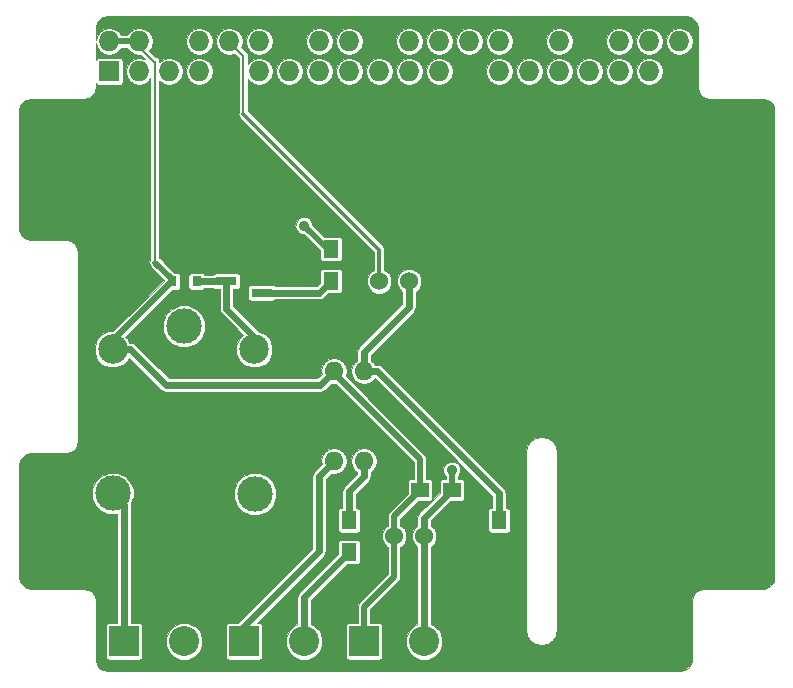
<source format=gtl>
G04 #@! TF.FileFunction,Copper,L1,Top,Signal*
%FSLAX46Y46*%
G04 Gerber Fmt 4.6, Leading zero omitted, Abs format (unit mm)*
G04 Created by KiCad (PCBNEW 4.0.4-stable) date Thursday 06 October 2016 23:28:34*
%MOMM*%
%LPD*%
G01*
G04 APERTURE LIST*
%ADD10C,0.100000*%
%ADD11C,2.500000*%
%ADD12C,3.000000*%
%ADD13R,2.540000X2.540000*%
%ADD14C,2.540000*%
%ADD15C,1.524000*%
%ADD16R,1.727200X1.727200*%
%ADD17O,1.727200X1.727200*%
%ADD18R,1.800860X0.800100*%
%ADD19R,1.500000X1.300000*%
%ADD20R,1.300000X1.500000*%
%ADD21O,1.600000X1.600000*%
%ADD22R,0.800000X0.900000*%
%ADD23C,0.889000*%
%ADD24C,0.600000*%
%ADD25C,0.200000*%
%ADD26C,0.500000*%
%ADD27C,0.300000*%
%ADD28C,0.050000*%
G04 APERTURE END LIST*
D10*
D11*
X113610000Y-99840000D03*
D12*
X113610000Y-112040000D03*
X125660000Y-112090000D03*
D11*
X125610000Y-99840000D03*
D12*
X119660000Y-97890000D03*
D13*
X134900000Y-124560000D03*
D14*
X139980000Y-124560000D03*
X145060000Y-124560000D03*
D15*
X138710000Y-94080000D03*
X141250000Y-94080000D03*
X136170000Y-94080000D03*
D16*
X113310000Y-76300000D03*
D17*
X113310000Y-73760000D03*
X115850000Y-76300000D03*
X115850000Y-73760000D03*
X118390000Y-76300000D03*
X118390000Y-73760000D03*
X120930000Y-76300000D03*
X120930000Y-73760000D03*
X123470000Y-76300000D03*
X123470000Y-73760000D03*
X126010000Y-76300000D03*
X126010000Y-73760000D03*
X128550000Y-76300000D03*
X128550000Y-73760000D03*
X131090000Y-76300000D03*
X131090000Y-73760000D03*
X133630000Y-76300000D03*
X133630000Y-73760000D03*
X136170000Y-76300000D03*
X136170000Y-73760000D03*
X138710000Y-76300000D03*
X138710000Y-73760000D03*
X141250000Y-76300000D03*
X141250000Y-73760000D03*
X143790000Y-76300000D03*
X143790000Y-73760000D03*
X146330000Y-76300000D03*
X146330000Y-73760000D03*
X148870000Y-76300000D03*
X148870000Y-73760000D03*
X151410000Y-76300000D03*
X151410000Y-73760000D03*
X153950000Y-76300000D03*
X153950000Y-73760000D03*
X156490000Y-76300000D03*
X156490000Y-73760000D03*
X159030000Y-76300000D03*
X159030000Y-73760000D03*
X161570000Y-76300000D03*
X161570000Y-73760000D03*
D13*
X124740000Y-124560000D03*
D14*
X129820000Y-124560000D03*
D13*
X114580000Y-124560000D03*
D14*
X119660000Y-124560000D03*
D18*
X126241140Y-95030000D03*
X126241140Y-93130000D03*
X123238860Y-94080000D03*
D19*
X139620000Y-111760000D03*
X142320000Y-111760000D03*
D20*
X133630000Y-114320000D03*
X133630000Y-117020000D03*
X146330000Y-114320000D03*
X146330000Y-117020000D03*
X132080000Y-91360000D03*
X132080000Y-94060000D03*
D15*
X139980000Y-115670000D03*
X137440000Y-115670000D03*
X142520000Y-115670000D03*
D21*
X132360000Y-109320000D03*
X134900000Y-109320000D03*
X134900000Y-101700000D03*
X132360000Y-101700000D03*
D22*
X118610000Y-94080000D03*
X120710000Y-94080000D03*
D23*
X142328900Y-110058200D03*
X129809240Y-89352120D03*
D24*
X145060000Y-124560000D02*
X145060000Y-118290000D01*
X145060000Y-118290000D02*
X146330000Y-117020000D01*
X142520000Y-115670000D02*
X144980000Y-115670000D01*
X144980000Y-115670000D02*
X146330000Y-117020000D01*
D25*
X115850000Y-73760000D02*
X115850000Y-74244800D01*
X115850000Y-74244800D02*
X117180360Y-75575160D01*
X117180360Y-75438000D02*
X117180360Y-75575160D01*
X117180360Y-75575160D02*
X117180360Y-78486000D01*
D26*
X118610000Y-94080000D02*
X118610000Y-93883100D01*
X118610000Y-93883100D02*
X117221000Y-92494100D01*
X113310000Y-73760000D02*
X115850000Y-73760000D01*
D25*
X115850000Y-73760000D02*
X115850000Y-74107640D01*
X117180360Y-92650360D02*
X118610000Y-94080000D01*
X117180360Y-78486000D02*
X117180360Y-92650360D01*
D26*
X113610000Y-99080000D02*
X118610000Y-94080000D01*
X113610000Y-99840000D02*
X113610000Y-99080000D01*
X134900000Y-124560000D02*
X134900000Y-121640000D01*
X137440000Y-119100000D02*
X137440000Y-115670000D01*
X134900000Y-121640000D02*
X137440000Y-119100000D01*
X137440000Y-115670000D02*
X137440000Y-113940000D01*
X137440000Y-113940000D02*
X139620000Y-111760000D01*
X132360000Y-101700000D02*
X132360000Y-101880000D01*
X132360000Y-101880000D02*
X139620000Y-109140000D01*
X139620000Y-109140000D02*
X139620000Y-111760000D01*
D24*
X113610000Y-99840000D02*
X115080000Y-99840000D01*
X131190000Y-102870000D02*
X132360000Y-101700000D01*
X118110000Y-102870000D02*
X131190000Y-102870000D01*
X115080000Y-99840000D02*
X118110000Y-102870000D01*
X125610000Y-99840000D02*
X125610000Y-98760000D01*
X125610000Y-98760000D02*
X123238860Y-96388860D01*
X123238860Y-96388860D02*
X123238860Y-94080000D01*
X120710000Y-94080000D02*
X123238860Y-94080000D01*
X126241140Y-95030000D02*
X131110000Y-95030000D01*
X131110000Y-95030000D02*
X132080000Y-94060000D01*
X124740000Y-124560000D02*
X124740000Y-123290000D01*
X124740000Y-123290000D02*
X131090000Y-116940000D01*
X131090000Y-116940000D02*
X131090000Y-110590000D01*
X131090000Y-110590000D02*
X132360000Y-109320000D01*
X129820000Y-124560000D02*
X129820000Y-120830000D01*
X129820000Y-120830000D02*
X133630000Y-117020000D01*
D26*
X142320000Y-110067100D02*
X142320000Y-111760000D01*
X142328900Y-110058200D02*
X142320000Y-110067100D01*
D24*
X139980000Y-115670000D02*
X139980000Y-114100000D01*
X139980000Y-114100000D02*
X142320000Y-111760000D01*
X139980000Y-124560000D02*
X139980000Y-115670000D01*
X134900000Y-101700000D02*
X134900000Y-100050000D01*
X138710000Y-96240000D02*
X138710000Y-94080000D01*
X134900000Y-100050000D02*
X138710000Y-96240000D01*
X134900000Y-101700000D02*
X135990000Y-101700000D01*
X146330000Y-112040000D02*
X146330000Y-114320000D01*
X135990000Y-101700000D02*
X146330000Y-112040000D01*
D25*
X123470000Y-73760000D02*
X123470000Y-73787600D01*
X123470000Y-73787600D02*
X124683520Y-75001120D01*
X124683520Y-75001120D02*
X124683520Y-79923640D01*
D27*
X124683520Y-79923640D02*
X136170000Y-91410120D01*
X136170000Y-91410120D02*
X136170000Y-94080000D01*
D24*
X133630000Y-114320000D02*
X133630000Y-111860000D01*
X134900000Y-110590000D02*
X134900000Y-109320000D01*
X133630000Y-111860000D02*
X134900000Y-110590000D01*
D26*
X131817120Y-91360000D02*
X129809240Y-89352120D01*
D25*
X131817120Y-91360000D02*
X132080000Y-91360000D01*
D24*
X114580000Y-124560000D02*
X114580000Y-113010000D01*
X114580000Y-113010000D02*
X113610000Y-112040000D01*
D28*
G36*
X162542929Y-71719670D02*
X162859083Y-71930917D01*
X163070330Y-72247071D01*
X163145000Y-72622464D01*
X163145000Y-77620000D01*
X163145480Y-77624877D01*
X163221600Y-78007560D01*
X163225333Y-78016572D01*
X163442106Y-78340996D01*
X163449004Y-78347894D01*
X163773428Y-78564667D01*
X163782440Y-78568400D01*
X164165123Y-78644520D01*
X164170000Y-78645000D01*
X168667536Y-78645000D01*
X169042929Y-78719670D01*
X169359083Y-78930917D01*
X169570330Y-79247071D01*
X169595000Y-79371096D01*
X169595000Y-119368904D01*
X169570330Y-119492929D01*
X169359083Y-119809083D01*
X169042929Y-120020330D01*
X168667536Y-120095000D01*
X163670000Y-120095000D01*
X163665123Y-120095480D01*
X163282440Y-120171600D01*
X163273428Y-120175333D01*
X162949004Y-120392106D01*
X162942106Y-120399004D01*
X162725333Y-120723428D01*
X162721600Y-120732440D01*
X162645480Y-121115123D01*
X162645000Y-121120000D01*
X162645000Y-126117536D01*
X162570330Y-126492929D01*
X162359083Y-126809083D01*
X162042929Y-127020330D01*
X161667536Y-127095000D01*
X113172464Y-127095000D01*
X112797071Y-127020330D01*
X112480917Y-126809083D01*
X112269670Y-126492929D01*
X112195000Y-126117536D01*
X112195000Y-121120000D01*
X112194520Y-121115123D01*
X112118400Y-120732440D01*
X112114667Y-120723428D01*
X111897894Y-120399004D01*
X111890996Y-120392106D01*
X111566572Y-120175333D01*
X111557560Y-120171600D01*
X111174877Y-120095480D01*
X111170000Y-120095000D01*
X106672464Y-120095000D01*
X106297071Y-120020330D01*
X105980917Y-119809083D01*
X105769670Y-119492929D01*
X105695000Y-119117536D01*
X105695000Y-112391520D01*
X111834693Y-112391520D01*
X112104351Y-113044143D01*
X112603231Y-113543894D01*
X113255382Y-113814691D01*
X113961520Y-113815307D01*
X114005000Y-113797341D01*
X114005000Y-123009613D01*
X113310000Y-123009613D01*
X113208091Y-123028788D01*
X113114494Y-123089016D01*
X113051704Y-123180914D01*
X113029613Y-123290000D01*
X113029613Y-125830000D01*
X113048788Y-125931909D01*
X113109016Y-126025506D01*
X113200914Y-126088296D01*
X113310000Y-126110387D01*
X115850000Y-126110387D01*
X115951909Y-126091212D01*
X116045506Y-126030984D01*
X116108296Y-125939086D01*
X116130387Y-125830000D01*
X116130387Y-124865971D01*
X118114733Y-124865971D01*
X118349449Y-125434029D01*
X118783685Y-125869023D01*
X119351332Y-126104731D01*
X119965971Y-126105267D01*
X120534029Y-125870551D01*
X120969023Y-125436315D01*
X121204731Y-124868668D01*
X121205267Y-124254029D01*
X120970551Y-123685971D01*
X120575271Y-123290000D01*
X123189613Y-123290000D01*
X123189613Y-125830000D01*
X123208788Y-125931909D01*
X123269016Y-126025506D01*
X123360914Y-126088296D01*
X123470000Y-126110387D01*
X126010000Y-126110387D01*
X126111909Y-126091212D01*
X126205506Y-126030984D01*
X126268296Y-125939086D01*
X126290387Y-125830000D01*
X126290387Y-124865971D01*
X128274733Y-124865971D01*
X128509449Y-125434029D01*
X128943685Y-125869023D01*
X129511332Y-126104731D01*
X130125971Y-126105267D01*
X130694029Y-125870551D01*
X131129023Y-125436315D01*
X131364731Y-124868668D01*
X131365267Y-124254029D01*
X131130551Y-123685971D01*
X130696315Y-123250977D01*
X130395000Y-123125860D01*
X130395000Y-121068172D01*
X133412786Y-118050387D01*
X134280000Y-118050387D01*
X134381909Y-118031212D01*
X134475506Y-117970984D01*
X134538296Y-117879086D01*
X134560387Y-117770000D01*
X134560387Y-116270000D01*
X134541212Y-116168091D01*
X134480984Y-116074494D01*
X134389086Y-116011704D01*
X134280000Y-115989613D01*
X132980000Y-115989613D01*
X132878091Y-116008788D01*
X132784494Y-116069016D01*
X132721704Y-116160914D01*
X132699613Y-116270000D01*
X132699613Y-117137214D01*
X129413414Y-120423414D01*
X129288769Y-120609957D01*
X129245000Y-120830000D01*
X129245000Y-123125893D01*
X128945971Y-123249449D01*
X128510977Y-123683685D01*
X128275269Y-124251332D01*
X128274733Y-124865971D01*
X126290387Y-124865971D01*
X126290387Y-123290000D01*
X126271212Y-123188091D01*
X126210984Y-123094494D01*
X126119086Y-123031704D01*
X126010000Y-123009613D01*
X125833559Y-123009613D01*
X131496586Y-117346586D01*
X131621231Y-117160043D01*
X131665000Y-116940000D01*
X131665000Y-113570000D01*
X132699613Y-113570000D01*
X132699613Y-115070000D01*
X132718788Y-115171909D01*
X132779016Y-115265506D01*
X132870914Y-115328296D01*
X132980000Y-115350387D01*
X134280000Y-115350387D01*
X134381909Y-115331212D01*
X134475506Y-115270984D01*
X134538296Y-115179086D01*
X134560387Y-115070000D01*
X134560387Y-113570000D01*
X134541212Y-113468091D01*
X134480984Y-113374494D01*
X134389086Y-113311704D01*
X134280000Y-113289613D01*
X134205000Y-113289613D01*
X134205000Y-112098172D01*
X135306586Y-110996587D01*
X135431231Y-110810043D01*
X135475000Y-110590000D01*
X135475000Y-110224906D01*
X135660140Y-110101200D01*
X135893170Y-109752445D01*
X135975000Y-109341060D01*
X135975000Y-109298940D01*
X135893170Y-108887555D01*
X135660140Y-108538800D01*
X135311385Y-108305770D01*
X134900000Y-108223940D01*
X134488615Y-108305770D01*
X134139860Y-108538800D01*
X133906830Y-108887555D01*
X133825000Y-109298940D01*
X133825000Y-109341060D01*
X133906830Y-109752445D01*
X134139860Y-110101200D01*
X134325000Y-110224906D01*
X134325000Y-110351827D01*
X133223414Y-111453414D01*
X133098769Y-111639957D01*
X133055000Y-111860000D01*
X133055000Y-113289613D01*
X132980000Y-113289613D01*
X132878091Y-113308788D01*
X132784494Y-113369016D01*
X132721704Y-113460914D01*
X132699613Y-113570000D01*
X131665000Y-113570000D01*
X131665000Y-110828172D01*
X132124047Y-110369126D01*
X132360000Y-110416060D01*
X132771385Y-110334230D01*
X133120140Y-110101200D01*
X133353170Y-109752445D01*
X133435000Y-109341060D01*
X133435000Y-109298940D01*
X133353170Y-108887555D01*
X133120140Y-108538800D01*
X132771385Y-108305770D01*
X132360000Y-108223940D01*
X131948615Y-108305770D01*
X131599860Y-108538800D01*
X131366830Y-108887555D01*
X131285000Y-109298940D01*
X131285000Y-109341060D01*
X131324946Y-109541881D01*
X130683414Y-110183414D01*
X130558769Y-110369957D01*
X130515000Y-110590000D01*
X130515000Y-116701828D01*
X124333414Y-122883414D01*
X124249090Y-123009613D01*
X123470000Y-123009613D01*
X123368091Y-123028788D01*
X123274494Y-123089016D01*
X123211704Y-123180914D01*
X123189613Y-123290000D01*
X120575271Y-123290000D01*
X120536315Y-123250977D01*
X119968668Y-123015269D01*
X119354029Y-123014733D01*
X118785971Y-123249449D01*
X118350977Y-123683685D01*
X118115269Y-124251332D01*
X118114733Y-124865971D01*
X116130387Y-124865971D01*
X116130387Y-123290000D01*
X116111212Y-123188091D01*
X116050984Y-123094494D01*
X115959086Y-123031704D01*
X115850000Y-123009613D01*
X115155000Y-123009613D01*
X115155000Y-113010000D01*
X115146631Y-112967928D01*
X115365215Y-112441520D01*
X123884693Y-112441520D01*
X124154351Y-113094143D01*
X124653231Y-113593894D01*
X125305382Y-113864691D01*
X126011520Y-113865307D01*
X126664143Y-113595649D01*
X127163894Y-113096769D01*
X127434691Y-112444618D01*
X127435307Y-111738480D01*
X127165649Y-111085857D01*
X126666769Y-110586106D01*
X126014618Y-110315309D01*
X125308480Y-110314693D01*
X124655857Y-110584351D01*
X124156106Y-111083231D01*
X123885309Y-111735382D01*
X123884693Y-112441520D01*
X115365215Y-112441520D01*
X115384691Y-112394618D01*
X115385307Y-111688480D01*
X115115649Y-111035857D01*
X114616769Y-110536106D01*
X113964618Y-110265309D01*
X113258480Y-110264693D01*
X112605857Y-110534351D01*
X112106106Y-111033231D01*
X111835309Y-111685382D01*
X111834693Y-112391520D01*
X105695000Y-112391520D01*
X105695000Y-109622464D01*
X105769670Y-109247071D01*
X105980917Y-108930917D01*
X106297071Y-108719670D01*
X106672464Y-108645000D01*
X109670000Y-108645000D01*
X109674877Y-108644520D01*
X110057560Y-108568400D01*
X110066572Y-108564667D01*
X110390996Y-108347894D01*
X110397894Y-108340996D01*
X110614667Y-108016572D01*
X110618400Y-108007560D01*
X110694520Y-107624877D01*
X110695000Y-107620000D01*
X110695000Y-91620000D01*
X110694520Y-91615123D01*
X110618400Y-91232440D01*
X110614667Y-91223428D01*
X110397894Y-90899004D01*
X110390996Y-90892106D01*
X110066572Y-90675333D01*
X110057560Y-90671600D01*
X109674877Y-90595480D01*
X109670000Y-90595000D01*
X106672464Y-90595000D01*
X106297071Y-90520330D01*
X105980917Y-90309083D01*
X105769670Y-89992929D01*
X105695000Y-89617536D01*
X105695000Y-79622464D01*
X105769670Y-79247071D01*
X105980917Y-78930917D01*
X106297071Y-78719670D01*
X106672464Y-78645000D01*
X111170000Y-78645000D01*
X111174877Y-78644520D01*
X111557560Y-78568400D01*
X111566572Y-78564667D01*
X111890996Y-78347894D01*
X111897894Y-78340996D01*
X112114667Y-78016572D01*
X112118400Y-78007560D01*
X112194520Y-77624877D01*
X112195000Y-77620000D01*
X112195000Y-77280757D01*
X112245416Y-77359106D01*
X112337314Y-77421896D01*
X112446400Y-77443987D01*
X114173600Y-77443987D01*
X114275509Y-77424812D01*
X114369106Y-77364584D01*
X114431896Y-77272686D01*
X114453987Y-77163600D01*
X114453987Y-75436400D01*
X114434812Y-75334491D01*
X114374584Y-75240894D01*
X114282686Y-75178104D01*
X114173600Y-75156013D01*
X112446400Y-75156013D01*
X112344491Y-75175188D01*
X112250894Y-75235416D01*
X112195000Y-75317221D01*
X112195000Y-73900951D01*
X112258071Y-74218029D01*
X112504888Y-74587418D01*
X112874277Y-74834235D01*
X113310000Y-74920906D01*
X113745723Y-74834235D01*
X114115112Y-74587418D01*
X114317181Y-74285000D01*
X114842819Y-74285000D01*
X115044888Y-74587418D01*
X115414277Y-74834235D01*
X115850000Y-74920906D01*
X115971590Y-74896720D01*
X116330663Y-75255793D01*
X116285723Y-75225765D01*
X115850000Y-75139094D01*
X115414277Y-75225765D01*
X115044888Y-75472582D01*
X114798071Y-75841971D01*
X114711400Y-76277694D01*
X114711400Y-76322306D01*
X114798071Y-76758029D01*
X115044888Y-77127418D01*
X115414277Y-77374235D01*
X115850000Y-77460906D01*
X116285723Y-77374235D01*
X116655112Y-77127418D01*
X116805360Y-76902555D01*
X116805360Y-92189331D01*
X116735963Y-92293191D01*
X116696000Y-92494100D01*
X116735963Y-92695009D01*
X116849769Y-92865331D01*
X117929613Y-93945175D01*
X117929613Y-94017925D01*
X113632519Y-98315019D01*
X113307989Y-98314735D01*
X112747285Y-98546414D01*
X112317921Y-98975029D01*
X112085265Y-99535328D01*
X112084735Y-100142011D01*
X112316414Y-100702715D01*
X112745029Y-101132079D01*
X113305328Y-101364735D01*
X113912011Y-101365265D01*
X114472715Y-101133586D01*
X114902079Y-100704971D01*
X114969480Y-100542652D01*
X117703414Y-103276586D01*
X117889957Y-103401231D01*
X118110000Y-103445000D01*
X131190000Y-103445000D01*
X131410043Y-103401231D01*
X131596586Y-103276586D01*
X132124046Y-102749126D01*
X132360000Y-102796060D01*
X132504796Y-102767258D01*
X139095000Y-109357462D01*
X139095000Y-110829613D01*
X138870000Y-110829613D01*
X138768091Y-110848788D01*
X138674494Y-110909016D01*
X138611704Y-111000914D01*
X138589613Y-111110000D01*
X138589613Y-112047925D01*
X137068769Y-113568769D01*
X136954963Y-113739091D01*
X136915000Y-113940000D01*
X136915000Y-114764890D01*
X136853354Y-114790362D01*
X136561387Y-115081820D01*
X136403180Y-115462823D01*
X136402820Y-115875367D01*
X136560362Y-116256646D01*
X136851820Y-116548613D01*
X136915000Y-116574848D01*
X136915000Y-118882538D01*
X134528769Y-121268769D01*
X134414963Y-121439091D01*
X134375000Y-121640000D01*
X134375000Y-123009613D01*
X133630000Y-123009613D01*
X133528091Y-123028788D01*
X133434494Y-123089016D01*
X133371704Y-123180914D01*
X133349613Y-123290000D01*
X133349613Y-125830000D01*
X133368788Y-125931909D01*
X133429016Y-126025506D01*
X133520914Y-126088296D01*
X133630000Y-126110387D01*
X136170000Y-126110387D01*
X136271909Y-126091212D01*
X136365506Y-126030984D01*
X136428296Y-125939086D01*
X136450387Y-125830000D01*
X136450387Y-124865971D01*
X138434733Y-124865971D01*
X138669449Y-125434029D01*
X139103685Y-125869023D01*
X139671332Y-126104731D01*
X140285971Y-126105267D01*
X140854029Y-125870551D01*
X141289023Y-125436315D01*
X141524731Y-124868668D01*
X141525267Y-124254029D01*
X141290551Y-123685971D01*
X140856315Y-123250977D01*
X140555000Y-123125860D01*
X140555000Y-116554450D01*
X140566646Y-116549638D01*
X140858613Y-116258180D01*
X141016820Y-115877177D01*
X141017180Y-115464633D01*
X140859638Y-115083354D01*
X140568180Y-114791387D01*
X140555000Y-114785914D01*
X140555000Y-114338172D01*
X142202786Y-112690387D01*
X143070000Y-112690387D01*
X143171909Y-112671212D01*
X143265506Y-112610984D01*
X143328296Y-112519086D01*
X143350387Y-112410000D01*
X143350387Y-111110000D01*
X143331212Y-111008091D01*
X143270984Y-110914494D01*
X143179086Y-110851704D01*
X143070000Y-110829613D01*
X142845000Y-110829613D01*
X142845000Y-110559640D01*
X142938507Y-110466296D01*
X143048275Y-110201945D01*
X143048525Y-109915710D01*
X142939218Y-109651168D01*
X142736996Y-109448593D01*
X142472645Y-109338825D01*
X142186410Y-109338575D01*
X141921868Y-109447882D01*
X141719293Y-109650104D01*
X141609525Y-109914455D01*
X141609275Y-110200690D01*
X141718582Y-110465232D01*
X141795000Y-110541783D01*
X141795000Y-110829613D01*
X141570000Y-110829613D01*
X141468091Y-110848788D01*
X141374494Y-110909016D01*
X141311704Y-111000914D01*
X141289613Y-111110000D01*
X141289613Y-111977214D01*
X139573414Y-113693414D01*
X139448769Y-113879957D01*
X139405000Y-114100000D01*
X139405000Y-114785550D01*
X139393354Y-114790362D01*
X139101387Y-115081820D01*
X138943180Y-115462823D01*
X138942820Y-115875367D01*
X139100362Y-116256646D01*
X139391820Y-116548613D01*
X139405000Y-116554086D01*
X139405000Y-123125893D01*
X139105971Y-123249449D01*
X138670977Y-123683685D01*
X138435269Y-124251332D01*
X138434733Y-124865971D01*
X136450387Y-124865971D01*
X136450387Y-123290000D01*
X136431212Y-123188091D01*
X136370984Y-123094494D01*
X136279086Y-123031704D01*
X136170000Y-123009613D01*
X135425000Y-123009613D01*
X135425000Y-121857462D01*
X137811231Y-119471231D01*
X137925037Y-119300909D01*
X137965000Y-119100000D01*
X137965000Y-116575110D01*
X138026646Y-116549638D01*
X138318613Y-116258180D01*
X138476820Y-115877177D01*
X138477180Y-115464633D01*
X138319638Y-115083354D01*
X138028180Y-114791387D01*
X137965000Y-114765152D01*
X137965000Y-114157462D01*
X139432075Y-112690387D01*
X140370000Y-112690387D01*
X140471909Y-112671212D01*
X140565506Y-112610984D01*
X140628296Y-112519086D01*
X140650387Y-112410000D01*
X140650387Y-111110000D01*
X140631212Y-111008091D01*
X140570984Y-110914494D01*
X140479086Y-110851704D01*
X140370000Y-110829613D01*
X140145000Y-110829613D01*
X140145000Y-109140000D01*
X140105037Y-108939091D01*
X139991231Y-108768769D01*
X133353458Y-102130996D01*
X133435000Y-101721060D01*
X133435000Y-101678940D01*
X133825000Y-101678940D01*
X133825000Y-101721060D01*
X133906830Y-102132445D01*
X134139860Y-102481200D01*
X134488615Y-102714230D01*
X134900000Y-102796060D01*
X135311385Y-102714230D01*
X135660140Y-102481200D01*
X135779457Y-102302629D01*
X145755000Y-112278173D01*
X145755000Y-113289613D01*
X145680000Y-113289613D01*
X145578091Y-113308788D01*
X145484494Y-113369016D01*
X145421704Y-113460914D01*
X145399613Y-113570000D01*
X145399613Y-115070000D01*
X145418788Y-115171909D01*
X145479016Y-115265506D01*
X145570914Y-115328296D01*
X145680000Y-115350387D01*
X146980000Y-115350387D01*
X147081909Y-115331212D01*
X147175506Y-115270984D01*
X147238296Y-115179086D01*
X147260387Y-115070000D01*
X147260387Y-113570000D01*
X147241212Y-113468091D01*
X147180984Y-113374494D01*
X147089086Y-113311704D01*
X146980000Y-113289613D01*
X146905000Y-113289613D01*
X146905000Y-112040000D01*
X146861231Y-111819957D01*
X146821169Y-111760000D01*
X146736586Y-111633413D01*
X143673173Y-108570000D01*
X148595000Y-108570000D01*
X148595000Y-123570000D01*
X148601245Y-123601396D01*
X148601245Y-123633404D01*
X148677365Y-124016087D01*
X148725892Y-124133243D01*
X148942664Y-124457665D01*
X148942665Y-124457668D01*
X149032333Y-124547335D01*
X149356757Y-124764108D01*
X149473912Y-124812635D01*
X149473913Y-124812635D01*
X149856594Y-124888755D01*
X149983404Y-124888755D01*
X150366087Y-124812635D01*
X150483243Y-124764108D01*
X150483244Y-124764107D01*
X150807665Y-124547336D01*
X150807668Y-124547335D01*
X150897335Y-124457667D01*
X151114108Y-124133243D01*
X151162635Y-124016088D01*
X151162635Y-124016087D01*
X151238755Y-123633404D01*
X151238755Y-123601396D01*
X151245000Y-123570000D01*
X151245000Y-108570000D01*
X151238755Y-108538604D01*
X151238755Y-108506596D01*
X151162635Y-108123913D01*
X151151017Y-108095863D01*
X151114108Y-108006757D01*
X150897335Y-107682333D01*
X150807668Y-107592665D01*
X150807665Y-107592664D01*
X150483243Y-107375892D01*
X150366087Y-107327365D01*
X149983404Y-107251245D01*
X149856594Y-107251245D01*
X149473913Y-107327365D01*
X149473912Y-107327365D01*
X149356757Y-107375892D01*
X149032333Y-107592665D01*
X148942665Y-107682332D01*
X148942665Y-107682333D01*
X148725893Y-108006756D01*
X148725892Y-108006757D01*
X148677365Y-108123913D01*
X148601245Y-108506596D01*
X148601245Y-108538604D01*
X148595000Y-108570000D01*
X143673173Y-108570000D01*
X136396586Y-101293414D01*
X136210043Y-101168769D01*
X135990000Y-101125000D01*
X135797918Y-101125000D01*
X135660140Y-100918800D01*
X135475000Y-100795094D01*
X135475000Y-100288172D01*
X139116587Y-96646586D01*
X139241231Y-96460043D01*
X139285000Y-96240000D01*
X139285000Y-94964450D01*
X139296646Y-94959638D01*
X139588613Y-94668180D01*
X139746820Y-94287177D01*
X139747180Y-93874633D01*
X139589638Y-93493354D01*
X139298180Y-93201387D01*
X138917177Y-93043180D01*
X138504633Y-93042820D01*
X138123354Y-93200362D01*
X137831387Y-93491820D01*
X137673180Y-93872823D01*
X137672820Y-94285367D01*
X137830362Y-94666646D01*
X138121820Y-94958613D01*
X138135000Y-94964086D01*
X138135000Y-96001827D01*
X134493414Y-99643414D01*
X134368769Y-99829957D01*
X134325000Y-100050000D01*
X134325000Y-100795094D01*
X134139860Y-100918800D01*
X133906830Y-101267555D01*
X133825000Y-101678940D01*
X133435000Y-101678940D01*
X133353170Y-101267555D01*
X133120140Y-100918800D01*
X132771385Y-100685770D01*
X132360000Y-100603940D01*
X131948615Y-100685770D01*
X131599860Y-100918800D01*
X131366830Y-101267555D01*
X131285000Y-101678940D01*
X131285000Y-101721060D01*
X131324946Y-101921882D01*
X130951828Y-102295000D01*
X118348172Y-102295000D01*
X115486586Y-99433414D01*
X115300043Y-99308769D01*
X115080000Y-99265000D01*
X115022468Y-99265000D01*
X114903586Y-98977285D01*
X114679577Y-98752885D01*
X115190942Y-98241520D01*
X117884693Y-98241520D01*
X118154351Y-98894143D01*
X118653231Y-99393894D01*
X119305382Y-99664691D01*
X120011520Y-99665307D01*
X120664143Y-99395649D01*
X121163894Y-98896769D01*
X121434691Y-98244618D01*
X121435307Y-97538480D01*
X121165649Y-96885857D01*
X120666769Y-96386106D01*
X120014618Y-96115309D01*
X119308480Y-96114693D01*
X118655857Y-96384351D01*
X118156106Y-96883231D01*
X117885309Y-97535382D01*
X117884693Y-98241520D01*
X115190942Y-98241520D01*
X118622075Y-94810387D01*
X119010000Y-94810387D01*
X119111909Y-94791212D01*
X119205506Y-94730984D01*
X119268296Y-94639086D01*
X119290387Y-94530000D01*
X119290387Y-93630000D01*
X120029613Y-93630000D01*
X120029613Y-94530000D01*
X120048788Y-94631909D01*
X120109016Y-94725506D01*
X120200914Y-94788296D01*
X120310000Y-94810387D01*
X121110000Y-94810387D01*
X121211909Y-94791212D01*
X121305506Y-94730984D01*
X121357423Y-94655000D01*
X122124219Y-94655000D01*
X122137446Y-94675556D01*
X122229344Y-94738346D01*
X122338430Y-94760437D01*
X122663860Y-94760437D01*
X122663860Y-96388860D01*
X122707629Y-96608903D01*
X122832274Y-96795446D01*
X124665192Y-98628364D01*
X124317921Y-98975029D01*
X124085265Y-99535328D01*
X124084735Y-100142011D01*
X124316414Y-100702715D01*
X124745029Y-101132079D01*
X125305328Y-101364735D01*
X125912011Y-101365265D01*
X126472715Y-101133586D01*
X126902079Y-100704971D01*
X127134735Y-100144672D01*
X127135265Y-99537989D01*
X126903586Y-98977285D01*
X126474971Y-98547921D01*
X126020443Y-98359185D01*
X126016586Y-98353413D01*
X123813860Y-96150688D01*
X123813860Y-94760437D01*
X124139290Y-94760437D01*
X124241199Y-94741262D01*
X124334796Y-94681034D01*
X124369699Y-94629950D01*
X125060323Y-94629950D01*
X125060323Y-95430050D01*
X125079498Y-95531959D01*
X125139726Y-95625556D01*
X125231624Y-95688346D01*
X125340710Y-95710437D01*
X127141570Y-95710437D01*
X127243479Y-95691262D01*
X127337076Y-95631034D01*
X127354864Y-95605000D01*
X131110000Y-95605000D01*
X131330043Y-95561231D01*
X131516586Y-95436586D01*
X131862785Y-95090387D01*
X132730000Y-95090387D01*
X132831909Y-95071212D01*
X132925506Y-95010984D01*
X132988296Y-94919086D01*
X133010387Y-94810000D01*
X133010387Y-93310000D01*
X132991212Y-93208091D01*
X132930984Y-93114494D01*
X132839086Y-93051704D01*
X132730000Y-93029613D01*
X131430000Y-93029613D01*
X131328091Y-93048788D01*
X131234494Y-93109016D01*
X131171704Y-93200914D01*
X131149613Y-93310000D01*
X131149613Y-94177215D01*
X130871828Y-94455000D01*
X127355781Y-94455000D01*
X127342554Y-94434444D01*
X127250656Y-94371654D01*
X127141570Y-94349563D01*
X125340710Y-94349563D01*
X125238801Y-94368738D01*
X125145204Y-94428966D01*
X125082414Y-94520864D01*
X125060323Y-94629950D01*
X124369699Y-94629950D01*
X124397586Y-94589136D01*
X124419677Y-94480050D01*
X124419677Y-93679950D01*
X124400502Y-93578041D01*
X124340274Y-93484444D01*
X124248376Y-93421654D01*
X124139290Y-93399563D01*
X122338430Y-93399563D01*
X122236521Y-93418738D01*
X122142924Y-93478966D01*
X122125136Y-93505000D01*
X121356353Y-93505000D01*
X121310984Y-93434494D01*
X121219086Y-93371704D01*
X121110000Y-93349613D01*
X120310000Y-93349613D01*
X120208091Y-93368788D01*
X120114494Y-93429016D01*
X120051704Y-93520914D01*
X120029613Y-93630000D01*
X119290387Y-93630000D01*
X119271212Y-93528091D01*
X119210984Y-93434494D01*
X119119086Y-93371704D01*
X119010000Y-93349613D01*
X118818975Y-93349613D01*
X117592231Y-92122869D01*
X117555360Y-92098232D01*
X117555360Y-89494610D01*
X129089615Y-89494610D01*
X129198922Y-89759152D01*
X129401144Y-89961727D01*
X129665495Y-90071495D01*
X129786258Y-90071600D01*
X131149613Y-91434955D01*
X131149613Y-92110000D01*
X131168788Y-92211909D01*
X131229016Y-92305506D01*
X131320914Y-92368296D01*
X131430000Y-92390387D01*
X132730000Y-92390387D01*
X132831909Y-92371212D01*
X132925506Y-92310984D01*
X132988296Y-92219086D01*
X133010387Y-92110000D01*
X133010387Y-90610000D01*
X132991212Y-90508091D01*
X132930984Y-90414494D01*
X132839086Y-90351704D01*
X132730000Y-90329613D01*
X131529195Y-90329613D01*
X130528761Y-89329179D01*
X130528865Y-89209630D01*
X130419558Y-88945088D01*
X130217336Y-88742513D01*
X129952985Y-88632745D01*
X129666750Y-88632495D01*
X129402208Y-88741802D01*
X129199633Y-88944024D01*
X129089865Y-89208375D01*
X129089615Y-89494610D01*
X117555360Y-89494610D01*
X117555360Y-77083226D01*
X117584888Y-77127418D01*
X117954277Y-77374235D01*
X118390000Y-77460906D01*
X118825723Y-77374235D01*
X119195112Y-77127418D01*
X119441929Y-76758029D01*
X119528600Y-76322306D01*
X119528600Y-76277694D01*
X119791400Y-76277694D01*
X119791400Y-76322306D01*
X119878071Y-76758029D01*
X120124888Y-77127418D01*
X120494277Y-77374235D01*
X120930000Y-77460906D01*
X121365723Y-77374235D01*
X121735112Y-77127418D01*
X121981929Y-76758029D01*
X122068600Y-76322306D01*
X122068600Y-76277694D01*
X121981929Y-75841971D01*
X121735112Y-75472582D01*
X121365723Y-75225765D01*
X120930000Y-75139094D01*
X120494277Y-75225765D01*
X120124888Y-75472582D01*
X119878071Y-75841971D01*
X119791400Y-76277694D01*
X119528600Y-76277694D01*
X119441929Y-75841971D01*
X119195112Y-75472582D01*
X118825723Y-75225765D01*
X118390000Y-75139094D01*
X117954277Y-75225765D01*
X117584888Y-75472582D01*
X117555360Y-75516774D01*
X117555360Y-75438000D01*
X117526815Y-75294494D01*
X117445525Y-75172835D01*
X117323866Y-75091545D01*
X117203042Y-75067512D01*
X116682283Y-74546753D01*
X116901929Y-74218029D01*
X116988600Y-73782306D01*
X116988600Y-73737694D01*
X119791400Y-73737694D01*
X119791400Y-73782306D01*
X119878071Y-74218029D01*
X120124888Y-74587418D01*
X120494277Y-74834235D01*
X120930000Y-74920906D01*
X121365723Y-74834235D01*
X121735112Y-74587418D01*
X121981929Y-74218029D01*
X122068600Y-73782306D01*
X122068600Y-73737694D01*
X122331400Y-73737694D01*
X122331400Y-73782306D01*
X122418071Y-74218029D01*
X122664888Y-74587418D01*
X123034277Y-74834235D01*
X123470000Y-74920906D01*
X123905723Y-74834235D01*
X123954028Y-74801958D01*
X124308520Y-75156450D01*
X124308520Y-79734586D01*
X124290871Y-79760999D01*
X124258521Y-79923640D01*
X124290871Y-80086281D01*
X124383000Y-80224160D01*
X135745000Y-91586161D01*
X135745000Y-93133571D01*
X135583354Y-93200362D01*
X135291387Y-93491820D01*
X135133180Y-93872823D01*
X135132820Y-94285367D01*
X135290362Y-94666646D01*
X135581820Y-94958613D01*
X135962823Y-95116820D01*
X136375367Y-95117180D01*
X136756646Y-94959638D01*
X137048613Y-94668180D01*
X137206820Y-94287177D01*
X137207180Y-93874633D01*
X137049638Y-93493354D01*
X136758180Y-93201387D01*
X136595000Y-93133628D01*
X136595000Y-91410120D01*
X136562649Y-91247480D01*
X136562649Y-91247479D01*
X136470521Y-91109600D01*
X125058520Y-79697600D01*
X125058520Y-76908362D01*
X125204888Y-77127418D01*
X125574277Y-77374235D01*
X126010000Y-77460906D01*
X126445723Y-77374235D01*
X126815112Y-77127418D01*
X127061929Y-76758029D01*
X127148600Y-76322306D01*
X127148600Y-76277694D01*
X127411400Y-76277694D01*
X127411400Y-76322306D01*
X127498071Y-76758029D01*
X127744888Y-77127418D01*
X128114277Y-77374235D01*
X128550000Y-77460906D01*
X128985723Y-77374235D01*
X129355112Y-77127418D01*
X129601929Y-76758029D01*
X129688600Y-76322306D01*
X129688600Y-76277694D01*
X129951400Y-76277694D01*
X129951400Y-76322306D01*
X130038071Y-76758029D01*
X130284888Y-77127418D01*
X130654277Y-77374235D01*
X131090000Y-77460906D01*
X131525723Y-77374235D01*
X131895112Y-77127418D01*
X132141929Y-76758029D01*
X132228600Y-76322306D01*
X132228600Y-76277694D01*
X132491400Y-76277694D01*
X132491400Y-76322306D01*
X132578071Y-76758029D01*
X132824888Y-77127418D01*
X133194277Y-77374235D01*
X133630000Y-77460906D01*
X134065723Y-77374235D01*
X134435112Y-77127418D01*
X134681929Y-76758029D01*
X134768600Y-76322306D01*
X134768600Y-76277694D01*
X135031400Y-76277694D01*
X135031400Y-76322306D01*
X135118071Y-76758029D01*
X135364888Y-77127418D01*
X135734277Y-77374235D01*
X136170000Y-77460906D01*
X136605723Y-77374235D01*
X136975112Y-77127418D01*
X137221929Y-76758029D01*
X137308600Y-76322306D01*
X137308600Y-76277694D01*
X137571400Y-76277694D01*
X137571400Y-76322306D01*
X137658071Y-76758029D01*
X137904888Y-77127418D01*
X138274277Y-77374235D01*
X138710000Y-77460906D01*
X139145723Y-77374235D01*
X139515112Y-77127418D01*
X139761929Y-76758029D01*
X139848600Y-76322306D01*
X139848600Y-76277694D01*
X140111400Y-76277694D01*
X140111400Y-76322306D01*
X140198071Y-76758029D01*
X140444888Y-77127418D01*
X140814277Y-77374235D01*
X141250000Y-77460906D01*
X141685723Y-77374235D01*
X142055112Y-77127418D01*
X142301929Y-76758029D01*
X142388600Y-76322306D01*
X142388600Y-76277694D01*
X145191400Y-76277694D01*
X145191400Y-76322306D01*
X145278071Y-76758029D01*
X145524888Y-77127418D01*
X145894277Y-77374235D01*
X146330000Y-77460906D01*
X146765723Y-77374235D01*
X147135112Y-77127418D01*
X147381929Y-76758029D01*
X147468600Y-76322306D01*
X147468600Y-76277694D01*
X147731400Y-76277694D01*
X147731400Y-76322306D01*
X147818071Y-76758029D01*
X148064888Y-77127418D01*
X148434277Y-77374235D01*
X148870000Y-77460906D01*
X149305723Y-77374235D01*
X149675112Y-77127418D01*
X149921929Y-76758029D01*
X150008600Y-76322306D01*
X150008600Y-76277694D01*
X150271400Y-76277694D01*
X150271400Y-76322306D01*
X150358071Y-76758029D01*
X150604888Y-77127418D01*
X150974277Y-77374235D01*
X151410000Y-77460906D01*
X151845723Y-77374235D01*
X152215112Y-77127418D01*
X152461929Y-76758029D01*
X152548600Y-76322306D01*
X152548600Y-76277694D01*
X152811400Y-76277694D01*
X152811400Y-76322306D01*
X152898071Y-76758029D01*
X153144888Y-77127418D01*
X153514277Y-77374235D01*
X153950000Y-77460906D01*
X154385723Y-77374235D01*
X154755112Y-77127418D01*
X155001929Y-76758029D01*
X155088600Y-76322306D01*
X155088600Y-76277694D01*
X155351400Y-76277694D01*
X155351400Y-76322306D01*
X155438071Y-76758029D01*
X155684888Y-77127418D01*
X156054277Y-77374235D01*
X156490000Y-77460906D01*
X156925723Y-77374235D01*
X157295112Y-77127418D01*
X157541929Y-76758029D01*
X157628600Y-76322306D01*
X157628600Y-76277694D01*
X157891400Y-76277694D01*
X157891400Y-76322306D01*
X157978071Y-76758029D01*
X158224888Y-77127418D01*
X158594277Y-77374235D01*
X159030000Y-77460906D01*
X159465723Y-77374235D01*
X159835112Y-77127418D01*
X160081929Y-76758029D01*
X160168600Y-76322306D01*
X160168600Y-76277694D01*
X160081929Y-75841971D01*
X159835112Y-75472582D01*
X159465723Y-75225765D01*
X159030000Y-75139094D01*
X158594277Y-75225765D01*
X158224888Y-75472582D01*
X157978071Y-75841971D01*
X157891400Y-76277694D01*
X157628600Y-76277694D01*
X157541929Y-75841971D01*
X157295112Y-75472582D01*
X156925723Y-75225765D01*
X156490000Y-75139094D01*
X156054277Y-75225765D01*
X155684888Y-75472582D01*
X155438071Y-75841971D01*
X155351400Y-76277694D01*
X155088600Y-76277694D01*
X155001929Y-75841971D01*
X154755112Y-75472582D01*
X154385723Y-75225765D01*
X153950000Y-75139094D01*
X153514277Y-75225765D01*
X153144888Y-75472582D01*
X152898071Y-75841971D01*
X152811400Y-76277694D01*
X152548600Y-76277694D01*
X152461929Y-75841971D01*
X152215112Y-75472582D01*
X151845723Y-75225765D01*
X151410000Y-75139094D01*
X150974277Y-75225765D01*
X150604888Y-75472582D01*
X150358071Y-75841971D01*
X150271400Y-76277694D01*
X150008600Y-76277694D01*
X149921929Y-75841971D01*
X149675112Y-75472582D01*
X149305723Y-75225765D01*
X148870000Y-75139094D01*
X148434277Y-75225765D01*
X148064888Y-75472582D01*
X147818071Y-75841971D01*
X147731400Y-76277694D01*
X147468600Y-76277694D01*
X147381929Y-75841971D01*
X147135112Y-75472582D01*
X146765723Y-75225765D01*
X146330000Y-75139094D01*
X145894277Y-75225765D01*
X145524888Y-75472582D01*
X145278071Y-75841971D01*
X145191400Y-76277694D01*
X142388600Y-76277694D01*
X142301929Y-75841971D01*
X142055112Y-75472582D01*
X141685723Y-75225765D01*
X141250000Y-75139094D01*
X140814277Y-75225765D01*
X140444888Y-75472582D01*
X140198071Y-75841971D01*
X140111400Y-76277694D01*
X139848600Y-76277694D01*
X139761929Y-75841971D01*
X139515112Y-75472582D01*
X139145723Y-75225765D01*
X138710000Y-75139094D01*
X138274277Y-75225765D01*
X137904888Y-75472582D01*
X137658071Y-75841971D01*
X137571400Y-76277694D01*
X137308600Y-76277694D01*
X137221929Y-75841971D01*
X136975112Y-75472582D01*
X136605723Y-75225765D01*
X136170000Y-75139094D01*
X135734277Y-75225765D01*
X135364888Y-75472582D01*
X135118071Y-75841971D01*
X135031400Y-76277694D01*
X134768600Y-76277694D01*
X134681929Y-75841971D01*
X134435112Y-75472582D01*
X134065723Y-75225765D01*
X133630000Y-75139094D01*
X133194277Y-75225765D01*
X132824888Y-75472582D01*
X132578071Y-75841971D01*
X132491400Y-76277694D01*
X132228600Y-76277694D01*
X132141929Y-75841971D01*
X131895112Y-75472582D01*
X131525723Y-75225765D01*
X131090000Y-75139094D01*
X130654277Y-75225765D01*
X130284888Y-75472582D01*
X130038071Y-75841971D01*
X129951400Y-76277694D01*
X129688600Y-76277694D01*
X129601929Y-75841971D01*
X129355112Y-75472582D01*
X128985723Y-75225765D01*
X128550000Y-75139094D01*
X128114277Y-75225765D01*
X127744888Y-75472582D01*
X127498071Y-75841971D01*
X127411400Y-76277694D01*
X127148600Y-76277694D01*
X127061929Y-75841971D01*
X126815112Y-75472582D01*
X126445723Y-75225765D01*
X126010000Y-75139094D01*
X125574277Y-75225765D01*
X125204888Y-75472582D01*
X125058520Y-75691638D01*
X125058520Y-75001120D01*
X125029975Y-74857614D01*
X124948685Y-74735955D01*
X124485411Y-74272681D01*
X124521929Y-74218029D01*
X124608600Y-73782306D01*
X124608600Y-73737694D01*
X124871400Y-73737694D01*
X124871400Y-73782306D01*
X124958071Y-74218029D01*
X125204888Y-74587418D01*
X125574277Y-74834235D01*
X126010000Y-74920906D01*
X126445723Y-74834235D01*
X126815112Y-74587418D01*
X127061929Y-74218029D01*
X127148600Y-73782306D01*
X127148600Y-73737694D01*
X129951400Y-73737694D01*
X129951400Y-73782306D01*
X130038071Y-74218029D01*
X130284888Y-74587418D01*
X130654277Y-74834235D01*
X131090000Y-74920906D01*
X131525723Y-74834235D01*
X131895112Y-74587418D01*
X132141929Y-74218029D01*
X132228600Y-73782306D01*
X132228600Y-73737694D01*
X132491400Y-73737694D01*
X132491400Y-73782306D01*
X132578071Y-74218029D01*
X132824888Y-74587418D01*
X133194277Y-74834235D01*
X133630000Y-74920906D01*
X134065723Y-74834235D01*
X134435112Y-74587418D01*
X134681929Y-74218029D01*
X134768600Y-73782306D01*
X134768600Y-73737694D01*
X137571400Y-73737694D01*
X137571400Y-73782306D01*
X137658071Y-74218029D01*
X137904888Y-74587418D01*
X138274277Y-74834235D01*
X138710000Y-74920906D01*
X139145723Y-74834235D01*
X139515112Y-74587418D01*
X139761929Y-74218029D01*
X139848600Y-73782306D01*
X139848600Y-73737694D01*
X140111400Y-73737694D01*
X140111400Y-73782306D01*
X140198071Y-74218029D01*
X140444888Y-74587418D01*
X140814277Y-74834235D01*
X141250000Y-74920906D01*
X141685723Y-74834235D01*
X142055112Y-74587418D01*
X142301929Y-74218029D01*
X142388600Y-73782306D01*
X142388600Y-73737694D01*
X142651400Y-73737694D01*
X142651400Y-73782306D01*
X142738071Y-74218029D01*
X142984888Y-74587418D01*
X143354277Y-74834235D01*
X143790000Y-74920906D01*
X144225723Y-74834235D01*
X144595112Y-74587418D01*
X144841929Y-74218029D01*
X144928600Y-73782306D01*
X144928600Y-73737694D01*
X145191400Y-73737694D01*
X145191400Y-73782306D01*
X145278071Y-74218029D01*
X145524888Y-74587418D01*
X145894277Y-74834235D01*
X146330000Y-74920906D01*
X146765723Y-74834235D01*
X147135112Y-74587418D01*
X147381929Y-74218029D01*
X147468600Y-73782306D01*
X147468600Y-73737694D01*
X150271400Y-73737694D01*
X150271400Y-73782306D01*
X150358071Y-74218029D01*
X150604888Y-74587418D01*
X150974277Y-74834235D01*
X151410000Y-74920906D01*
X151845723Y-74834235D01*
X152215112Y-74587418D01*
X152461929Y-74218029D01*
X152548600Y-73782306D01*
X152548600Y-73737694D01*
X155351400Y-73737694D01*
X155351400Y-73782306D01*
X155438071Y-74218029D01*
X155684888Y-74587418D01*
X156054277Y-74834235D01*
X156490000Y-74920906D01*
X156925723Y-74834235D01*
X157295112Y-74587418D01*
X157541929Y-74218029D01*
X157628600Y-73782306D01*
X157628600Y-73737694D01*
X157891400Y-73737694D01*
X157891400Y-73782306D01*
X157978071Y-74218029D01*
X158224888Y-74587418D01*
X158594277Y-74834235D01*
X159030000Y-74920906D01*
X159465723Y-74834235D01*
X159835112Y-74587418D01*
X160081929Y-74218029D01*
X160168600Y-73782306D01*
X160168600Y-73737694D01*
X160431400Y-73737694D01*
X160431400Y-73782306D01*
X160518071Y-74218029D01*
X160764888Y-74587418D01*
X161134277Y-74834235D01*
X161570000Y-74920906D01*
X162005723Y-74834235D01*
X162375112Y-74587418D01*
X162621929Y-74218029D01*
X162708600Y-73782306D01*
X162708600Y-73737694D01*
X162621929Y-73301971D01*
X162375112Y-72932582D01*
X162005723Y-72685765D01*
X161570000Y-72599094D01*
X161134277Y-72685765D01*
X160764888Y-72932582D01*
X160518071Y-73301971D01*
X160431400Y-73737694D01*
X160168600Y-73737694D01*
X160081929Y-73301971D01*
X159835112Y-72932582D01*
X159465723Y-72685765D01*
X159030000Y-72599094D01*
X158594277Y-72685765D01*
X158224888Y-72932582D01*
X157978071Y-73301971D01*
X157891400Y-73737694D01*
X157628600Y-73737694D01*
X157541929Y-73301971D01*
X157295112Y-72932582D01*
X156925723Y-72685765D01*
X156490000Y-72599094D01*
X156054277Y-72685765D01*
X155684888Y-72932582D01*
X155438071Y-73301971D01*
X155351400Y-73737694D01*
X152548600Y-73737694D01*
X152461929Y-73301971D01*
X152215112Y-72932582D01*
X151845723Y-72685765D01*
X151410000Y-72599094D01*
X150974277Y-72685765D01*
X150604888Y-72932582D01*
X150358071Y-73301971D01*
X150271400Y-73737694D01*
X147468600Y-73737694D01*
X147381929Y-73301971D01*
X147135112Y-72932582D01*
X146765723Y-72685765D01*
X146330000Y-72599094D01*
X145894277Y-72685765D01*
X145524888Y-72932582D01*
X145278071Y-73301971D01*
X145191400Y-73737694D01*
X144928600Y-73737694D01*
X144841929Y-73301971D01*
X144595112Y-72932582D01*
X144225723Y-72685765D01*
X143790000Y-72599094D01*
X143354277Y-72685765D01*
X142984888Y-72932582D01*
X142738071Y-73301971D01*
X142651400Y-73737694D01*
X142388600Y-73737694D01*
X142301929Y-73301971D01*
X142055112Y-72932582D01*
X141685723Y-72685765D01*
X141250000Y-72599094D01*
X140814277Y-72685765D01*
X140444888Y-72932582D01*
X140198071Y-73301971D01*
X140111400Y-73737694D01*
X139848600Y-73737694D01*
X139761929Y-73301971D01*
X139515112Y-72932582D01*
X139145723Y-72685765D01*
X138710000Y-72599094D01*
X138274277Y-72685765D01*
X137904888Y-72932582D01*
X137658071Y-73301971D01*
X137571400Y-73737694D01*
X134768600Y-73737694D01*
X134681929Y-73301971D01*
X134435112Y-72932582D01*
X134065723Y-72685765D01*
X133630000Y-72599094D01*
X133194277Y-72685765D01*
X132824888Y-72932582D01*
X132578071Y-73301971D01*
X132491400Y-73737694D01*
X132228600Y-73737694D01*
X132141929Y-73301971D01*
X131895112Y-72932582D01*
X131525723Y-72685765D01*
X131090000Y-72599094D01*
X130654277Y-72685765D01*
X130284888Y-72932582D01*
X130038071Y-73301971D01*
X129951400Y-73737694D01*
X127148600Y-73737694D01*
X127061929Y-73301971D01*
X126815112Y-72932582D01*
X126445723Y-72685765D01*
X126010000Y-72599094D01*
X125574277Y-72685765D01*
X125204888Y-72932582D01*
X124958071Y-73301971D01*
X124871400Y-73737694D01*
X124608600Y-73737694D01*
X124521929Y-73301971D01*
X124275112Y-72932582D01*
X123905723Y-72685765D01*
X123470000Y-72599094D01*
X123034277Y-72685765D01*
X122664888Y-72932582D01*
X122418071Y-73301971D01*
X122331400Y-73737694D01*
X122068600Y-73737694D01*
X121981929Y-73301971D01*
X121735112Y-72932582D01*
X121365723Y-72685765D01*
X120930000Y-72599094D01*
X120494277Y-72685765D01*
X120124888Y-72932582D01*
X119878071Y-73301971D01*
X119791400Y-73737694D01*
X116988600Y-73737694D01*
X116901929Y-73301971D01*
X116655112Y-72932582D01*
X116285723Y-72685765D01*
X115850000Y-72599094D01*
X115414277Y-72685765D01*
X115044888Y-72932582D01*
X114842819Y-73235000D01*
X114317181Y-73235000D01*
X114115112Y-72932582D01*
X113745723Y-72685765D01*
X113310000Y-72599094D01*
X112874277Y-72685765D01*
X112504888Y-72932582D01*
X112258071Y-73301971D01*
X112195000Y-73619049D01*
X112195000Y-72622464D01*
X112269670Y-72247071D01*
X112480917Y-71930917D01*
X112797071Y-71719670D01*
X113172464Y-71645000D01*
X162167536Y-71645000D01*
X162542929Y-71719670D01*
X162542929Y-71719670D01*
G37*
X162542929Y-71719670D02*
X162859083Y-71930917D01*
X163070330Y-72247071D01*
X163145000Y-72622464D01*
X163145000Y-77620000D01*
X163145480Y-77624877D01*
X163221600Y-78007560D01*
X163225333Y-78016572D01*
X163442106Y-78340996D01*
X163449004Y-78347894D01*
X163773428Y-78564667D01*
X163782440Y-78568400D01*
X164165123Y-78644520D01*
X164170000Y-78645000D01*
X168667536Y-78645000D01*
X169042929Y-78719670D01*
X169359083Y-78930917D01*
X169570330Y-79247071D01*
X169595000Y-79371096D01*
X169595000Y-119368904D01*
X169570330Y-119492929D01*
X169359083Y-119809083D01*
X169042929Y-120020330D01*
X168667536Y-120095000D01*
X163670000Y-120095000D01*
X163665123Y-120095480D01*
X163282440Y-120171600D01*
X163273428Y-120175333D01*
X162949004Y-120392106D01*
X162942106Y-120399004D01*
X162725333Y-120723428D01*
X162721600Y-120732440D01*
X162645480Y-121115123D01*
X162645000Y-121120000D01*
X162645000Y-126117536D01*
X162570330Y-126492929D01*
X162359083Y-126809083D01*
X162042929Y-127020330D01*
X161667536Y-127095000D01*
X113172464Y-127095000D01*
X112797071Y-127020330D01*
X112480917Y-126809083D01*
X112269670Y-126492929D01*
X112195000Y-126117536D01*
X112195000Y-121120000D01*
X112194520Y-121115123D01*
X112118400Y-120732440D01*
X112114667Y-120723428D01*
X111897894Y-120399004D01*
X111890996Y-120392106D01*
X111566572Y-120175333D01*
X111557560Y-120171600D01*
X111174877Y-120095480D01*
X111170000Y-120095000D01*
X106672464Y-120095000D01*
X106297071Y-120020330D01*
X105980917Y-119809083D01*
X105769670Y-119492929D01*
X105695000Y-119117536D01*
X105695000Y-112391520D01*
X111834693Y-112391520D01*
X112104351Y-113044143D01*
X112603231Y-113543894D01*
X113255382Y-113814691D01*
X113961520Y-113815307D01*
X114005000Y-113797341D01*
X114005000Y-123009613D01*
X113310000Y-123009613D01*
X113208091Y-123028788D01*
X113114494Y-123089016D01*
X113051704Y-123180914D01*
X113029613Y-123290000D01*
X113029613Y-125830000D01*
X113048788Y-125931909D01*
X113109016Y-126025506D01*
X113200914Y-126088296D01*
X113310000Y-126110387D01*
X115850000Y-126110387D01*
X115951909Y-126091212D01*
X116045506Y-126030984D01*
X116108296Y-125939086D01*
X116130387Y-125830000D01*
X116130387Y-124865971D01*
X118114733Y-124865971D01*
X118349449Y-125434029D01*
X118783685Y-125869023D01*
X119351332Y-126104731D01*
X119965971Y-126105267D01*
X120534029Y-125870551D01*
X120969023Y-125436315D01*
X121204731Y-124868668D01*
X121205267Y-124254029D01*
X120970551Y-123685971D01*
X120575271Y-123290000D01*
X123189613Y-123290000D01*
X123189613Y-125830000D01*
X123208788Y-125931909D01*
X123269016Y-126025506D01*
X123360914Y-126088296D01*
X123470000Y-126110387D01*
X126010000Y-126110387D01*
X126111909Y-126091212D01*
X126205506Y-126030984D01*
X126268296Y-125939086D01*
X126290387Y-125830000D01*
X126290387Y-124865971D01*
X128274733Y-124865971D01*
X128509449Y-125434029D01*
X128943685Y-125869023D01*
X129511332Y-126104731D01*
X130125971Y-126105267D01*
X130694029Y-125870551D01*
X131129023Y-125436315D01*
X131364731Y-124868668D01*
X131365267Y-124254029D01*
X131130551Y-123685971D01*
X130696315Y-123250977D01*
X130395000Y-123125860D01*
X130395000Y-121068172D01*
X133412786Y-118050387D01*
X134280000Y-118050387D01*
X134381909Y-118031212D01*
X134475506Y-117970984D01*
X134538296Y-117879086D01*
X134560387Y-117770000D01*
X134560387Y-116270000D01*
X134541212Y-116168091D01*
X134480984Y-116074494D01*
X134389086Y-116011704D01*
X134280000Y-115989613D01*
X132980000Y-115989613D01*
X132878091Y-116008788D01*
X132784494Y-116069016D01*
X132721704Y-116160914D01*
X132699613Y-116270000D01*
X132699613Y-117137214D01*
X129413414Y-120423414D01*
X129288769Y-120609957D01*
X129245000Y-120830000D01*
X129245000Y-123125893D01*
X128945971Y-123249449D01*
X128510977Y-123683685D01*
X128275269Y-124251332D01*
X128274733Y-124865971D01*
X126290387Y-124865971D01*
X126290387Y-123290000D01*
X126271212Y-123188091D01*
X126210984Y-123094494D01*
X126119086Y-123031704D01*
X126010000Y-123009613D01*
X125833559Y-123009613D01*
X131496586Y-117346586D01*
X131621231Y-117160043D01*
X131665000Y-116940000D01*
X131665000Y-113570000D01*
X132699613Y-113570000D01*
X132699613Y-115070000D01*
X132718788Y-115171909D01*
X132779016Y-115265506D01*
X132870914Y-115328296D01*
X132980000Y-115350387D01*
X134280000Y-115350387D01*
X134381909Y-115331212D01*
X134475506Y-115270984D01*
X134538296Y-115179086D01*
X134560387Y-115070000D01*
X134560387Y-113570000D01*
X134541212Y-113468091D01*
X134480984Y-113374494D01*
X134389086Y-113311704D01*
X134280000Y-113289613D01*
X134205000Y-113289613D01*
X134205000Y-112098172D01*
X135306586Y-110996587D01*
X135431231Y-110810043D01*
X135475000Y-110590000D01*
X135475000Y-110224906D01*
X135660140Y-110101200D01*
X135893170Y-109752445D01*
X135975000Y-109341060D01*
X135975000Y-109298940D01*
X135893170Y-108887555D01*
X135660140Y-108538800D01*
X135311385Y-108305770D01*
X134900000Y-108223940D01*
X134488615Y-108305770D01*
X134139860Y-108538800D01*
X133906830Y-108887555D01*
X133825000Y-109298940D01*
X133825000Y-109341060D01*
X133906830Y-109752445D01*
X134139860Y-110101200D01*
X134325000Y-110224906D01*
X134325000Y-110351827D01*
X133223414Y-111453414D01*
X133098769Y-111639957D01*
X133055000Y-111860000D01*
X133055000Y-113289613D01*
X132980000Y-113289613D01*
X132878091Y-113308788D01*
X132784494Y-113369016D01*
X132721704Y-113460914D01*
X132699613Y-113570000D01*
X131665000Y-113570000D01*
X131665000Y-110828172D01*
X132124047Y-110369126D01*
X132360000Y-110416060D01*
X132771385Y-110334230D01*
X133120140Y-110101200D01*
X133353170Y-109752445D01*
X133435000Y-109341060D01*
X133435000Y-109298940D01*
X133353170Y-108887555D01*
X133120140Y-108538800D01*
X132771385Y-108305770D01*
X132360000Y-108223940D01*
X131948615Y-108305770D01*
X131599860Y-108538800D01*
X131366830Y-108887555D01*
X131285000Y-109298940D01*
X131285000Y-109341060D01*
X131324946Y-109541881D01*
X130683414Y-110183414D01*
X130558769Y-110369957D01*
X130515000Y-110590000D01*
X130515000Y-116701828D01*
X124333414Y-122883414D01*
X124249090Y-123009613D01*
X123470000Y-123009613D01*
X123368091Y-123028788D01*
X123274494Y-123089016D01*
X123211704Y-123180914D01*
X123189613Y-123290000D01*
X120575271Y-123290000D01*
X120536315Y-123250977D01*
X119968668Y-123015269D01*
X119354029Y-123014733D01*
X118785971Y-123249449D01*
X118350977Y-123683685D01*
X118115269Y-124251332D01*
X118114733Y-124865971D01*
X116130387Y-124865971D01*
X116130387Y-123290000D01*
X116111212Y-123188091D01*
X116050984Y-123094494D01*
X115959086Y-123031704D01*
X115850000Y-123009613D01*
X115155000Y-123009613D01*
X115155000Y-113010000D01*
X115146631Y-112967928D01*
X115365215Y-112441520D01*
X123884693Y-112441520D01*
X124154351Y-113094143D01*
X124653231Y-113593894D01*
X125305382Y-113864691D01*
X126011520Y-113865307D01*
X126664143Y-113595649D01*
X127163894Y-113096769D01*
X127434691Y-112444618D01*
X127435307Y-111738480D01*
X127165649Y-111085857D01*
X126666769Y-110586106D01*
X126014618Y-110315309D01*
X125308480Y-110314693D01*
X124655857Y-110584351D01*
X124156106Y-111083231D01*
X123885309Y-111735382D01*
X123884693Y-112441520D01*
X115365215Y-112441520D01*
X115384691Y-112394618D01*
X115385307Y-111688480D01*
X115115649Y-111035857D01*
X114616769Y-110536106D01*
X113964618Y-110265309D01*
X113258480Y-110264693D01*
X112605857Y-110534351D01*
X112106106Y-111033231D01*
X111835309Y-111685382D01*
X111834693Y-112391520D01*
X105695000Y-112391520D01*
X105695000Y-109622464D01*
X105769670Y-109247071D01*
X105980917Y-108930917D01*
X106297071Y-108719670D01*
X106672464Y-108645000D01*
X109670000Y-108645000D01*
X109674877Y-108644520D01*
X110057560Y-108568400D01*
X110066572Y-108564667D01*
X110390996Y-108347894D01*
X110397894Y-108340996D01*
X110614667Y-108016572D01*
X110618400Y-108007560D01*
X110694520Y-107624877D01*
X110695000Y-107620000D01*
X110695000Y-91620000D01*
X110694520Y-91615123D01*
X110618400Y-91232440D01*
X110614667Y-91223428D01*
X110397894Y-90899004D01*
X110390996Y-90892106D01*
X110066572Y-90675333D01*
X110057560Y-90671600D01*
X109674877Y-90595480D01*
X109670000Y-90595000D01*
X106672464Y-90595000D01*
X106297071Y-90520330D01*
X105980917Y-90309083D01*
X105769670Y-89992929D01*
X105695000Y-89617536D01*
X105695000Y-79622464D01*
X105769670Y-79247071D01*
X105980917Y-78930917D01*
X106297071Y-78719670D01*
X106672464Y-78645000D01*
X111170000Y-78645000D01*
X111174877Y-78644520D01*
X111557560Y-78568400D01*
X111566572Y-78564667D01*
X111890996Y-78347894D01*
X111897894Y-78340996D01*
X112114667Y-78016572D01*
X112118400Y-78007560D01*
X112194520Y-77624877D01*
X112195000Y-77620000D01*
X112195000Y-77280757D01*
X112245416Y-77359106D01*
X112337314Y-77421896D01*
X112446400Y-77443987D01*
X114173600Y-77443987D01*
X114275509Y-77424812D01*
X114369106Y-77364584D01*
X114431896Y-77272686D01*
X114453987Y-77163600D01*
X114453987Y-75436400D01*
X114434812Y-75334491D01*
X114374584Y-75240894D01*
X114282686Y-75178104D01*
X114173600Y-75156013D01*
X112446400Y-75156013D01*
X112344491Y-75175188D01*
X112250894Y-75235416D01*
X112195000Y-75317221D01*
X112195000Y-73900951D01*
X112258071Y-74218029D01*
X112504888Y-74587418D01*
X112874277Y-74834235D01*
X113310000Y-74920906D01*
X113745723Y-74834235D01*
X114115112Y-74587418D01*
X114317181Y-74285000D01*
X114842819Y-74285000D01*
X115044888Y-74587418D01*
X115414277Y-74834235D01*
X115850000Y-74920906D01*
X115971590Y-74896720D01*
X116330663Y-75255793D01*
X116285723Y-75225765D01*
X115850000Y-75139094D01*
X115414277Y-75225765D01*
X115044888Y-75472582D01*
X114798071Y-75841971D01*
X114711400Y-76277694D01*
X114711400Y-76322306D01*
X114798071Y-76758029D01*
X115044888Y-77127418D01*
X115414277Y-77374235D01*
X115850000Y-77460906D01*
X116285723Y-77374235D01*
X116655112Y-77127418D01*
X116805360Y-76902555D01*
X116805360Y-92189331D01*
X116735963Y-92293191D01*
X116696000Y-92494100D01*
X116735963Y-92695009D01*
X116849769Y-92865331D01*
X117929613Y-93945175D01*
X117929613Y-94017925D01*
X113632519Y-98315019D01*
X113307989Y-98314735D01*
X112747285Y-98546414D01*
X112317921Y-98975029D01*
X112085265Y-99535328D01*
X112084735Y-100142011D01*
X112316414Y-100702715D01*
X112745029Y-101132079D01*
X113305328Y-101364735D01*
X113912011Y-101365265D01*
X114472715Y-101133586D01*
X114902079Y-100704971D01*
X114969480Y-100542652D01*
X117703414Y-103276586D01*
X117889957Y-103401231D01*
X118110000Y-103445000D01*
X131190000Y-103445000D01*
X131410043Y-103401231D01*
X131596586Y-103276586D01*
X132124046Y-102749126D01*
X132360000Y-102796060D01*
X132504796Y-102767258D01*
X139095000Y-109357462D01*
X139095000Y-110829613D01*
X138870000Y-110829613D01*
X138768091Y-110848788D01*
X138674494Y-110909016D01*
X138611704Y-111000914D01*
X138589613Y-111110000D01*
X138589613Y-112047925D01*
X137068769Y-113568769D01*
X136954963Y-113739091D01*
X136915000Y-113940000D01*
X136915000Y-114764890D01*
X136853354Y-114790362D01*
X136561387Y-115081820D01*
X136403180Y-115462823D01*
X136402820Y-115875367D01*
X136560362Y-116256646D01*
X136851820Y-116548613D01*
X136915000Y-116574848D01*
X136915000Y-118882538D01*
X134528769Y-121268769D01*
X134414963Y-121439091D01*
X134375000Y-121640000D01*
X134375000Y-123009613D01*
X133630000Y-123009613D01*
X133528091Y-123028788D01*
X133434494Y-123089016D01*
X133371704Y-123180914D01*
X133349613Y-123290000D01*
X133349613Y-125830000D01*
X133368788Y-125931909D01*
X133429016Y-126025506D01*
X133520914Y-126088296D01*
X133630000Y-126110387D01*
X136170000Y-126110387D01*
X136271909Y-126091212D01*
X136365506Y-126030984D01*
X136428296Y-125939086D01*
X136450387Y-125830000D01*
X136450387Y-124865971D01*
X138434733Y-124865971D01*
X138669449Y-125434029D01*
X139103685Y-125869023D01*
X139671332Y-126104731D01*
X140285971Y-126105267D01*
X140854029Y-125870551D01*
X141289023Y-125436315D01*
X141524731Y-124868668D01*
X141525267Y-124254029D01*
X141290551Y-123685971D01*
X140856315Y-123250977D01*
X140555000Y-123125860D01*
X140555000Y-116554450D01*
X140566646Y-116549638D01*
X140858613Y-116258180D01*
X141016820Y-115877177D01*
X141017180Y-115464633D01*
X140859638Y-115083354D01*
X140568180Y-114791387D01*
X140555000Y-114785914D01*
X140555000Y-114338172D01*
X142202786Y-112690387D01*
X143070000Y-112690387D01*
X143171909Y-112671212D01*
X143265506Y-112610984D01*
X143328296Y-112519086D01*
X143350387Y-112410000D01*
X143350387Y-111110000D01*
X143331212Y-111008091D01*
X143270984Y-110914494D01*
X143179086Y-110851704D01*
X143070000Y-110829613D01*
X142845000Y-110829613D01*
X142845000Y-110559640D01*
X142938507Y-110466296D01*
X143048275Y-110201945D01*
X143048525Y-109915710D01*
X142939218Y-109651168D01*
X142736996Y-109448593D01*
X142472645Y-109338825D01*
X142186410Y-109338575D01*
X141921868Y-109447882D01*
X141719293Y-109650104D01*
X141609525Y-109914455D01*
X141609275Y-110200690D01*
X141718582Y-110465232D01*
X141795000Y-110541783D01*
X141795000Y-110829613D01*
X141570000Y-110829613D01*
X141468091Y-110848788D01*
X141374494Y-110909016D01*
X141311704Y-111000914D01*
X141289613Y-111110000D01*
X141289613Y-111977214D01*
X139573414Y-113693414D01*
X139448769Y-113879957D01*
X139405000Y-114100000D01*
X139405000Y-114785550D01*
X139393354Y-114790362D01*
X139101387Y-115081820D01*
X138943180Y-115462823D01*
X138942820Y-115875367D01*
X139100362Y-116256646D01*
X139391820Y-116548613D01*
X139405000Y-116554086D01*
X139405000Y-123125893D01*
X139105971Y-123249449D01*
X138670977Y-123683685D01*
X138435269Y-124251332D01*
X138434733Y-124865971D01*
X136450387Y-124865971D01*
X136450387Y-123290000D01*
X136431212Y-123188091D01*
X136370984Y-123094494D01*
X136279086Y-123031704D01*
X136170000Y-123009613D01*
X135425000Y-123009613D01*
X135425000Y-121857462D01*
X137811231Y-119471231D01*
X137925037Y-119300909D01*
X137965000Y-119100000D01*
X137965000Y-116575110D01*
X138026646Y-116549638D01*
X138318613Y-116258180D01*
X138476820Y-115877177D01*
X138477180Y-115464633D01*
X138319638Y-115083354D01*
X138028180Y-114791387D01*
X137965000Y-114765152D01*
X137965000Y-114157462D01*
X139432075Y-112690387D01*
X140370000Y-112690387D01*
X140471909Y-112671212D01*
X140565506Y-112610984D01*
X140628296Y-112519086D01*
X140650387Y-112410000D01*
X140650387Y-111110000D01*
X140631212Y-111008091D01*
X140570984Y-110914494D01*
X140479086Y-110851704D01*
X140370000Y-110829613D01*
X140145000Y-110829613D01*
X140145000Y-109140000D01*
X140105037Y-108939091D01*
X139991231Y-108768769D01*
X133353458Y-102130996D01*
X133435000Y-101721060D01*
X133435000Y-101678940D01*
X133825000Y-101678940D01*
X133825000Y-101721060D01*
X133906830Y-102132445D01*
X134139860Y-102481200D01*
X134488615Y-102714230D01*
X134900000Y-102796060D01*
X135311385Y-102714230D01*
X135660140Y-102481200D01*
X135779457Y-102302629D01*
X145755000Y-112278173D01*
X145755000Y-113289613D01*
X145680000Y-113289613D01*
X145578091Y-113308788D01*
X145484494Y-113369016D01*
X145421704Y-113460914D01*
X145399613Y-113570000D01*
X145399613Y-115070000D01*
X145418788Y-115171909D01*
X145479016Y-115265506D01*
X145570914Y-115328296D01*
X145680000Y-115350387D01*
X146980000Y-115350387D01*
X147081909Y-115331212D01*
X147175506Y-115270984D01*
X147238296Y-115179086D01*
X147260387Y-115070000D01*
X147260387Y-113570000D01*
X147241212Y-113468091D01*
X147180984Y-113374494D01*
X147089086Y-113311704D01*
X146980000Y-113289613D01*
X146905000Y-113289613D01*
X146905000Y-112040000D01*
X146861231Y-111819957D01*
X146821169Y-111760000D01*
X146736586Y-111633413D01*
X143673173Y-108570000D01*
X148595000Y-108570000D01*
X148595000Y-123570000D01*
X148601245Y-123601396D01*
X148601245Y-123633404D01*
X148677365Y-124016087D01*
X148725892Y-124133243D01*
X148942664Y-124457665D01*
X148942665Y-124457668D01*
X149032333Y-124547335D01*
X149356757Y-124764108D01*
X149473912Y-124812635D01*
X149473913Y-124812635D01*
X149856594Y-124888755D01*
X149983404Y-124888755D01*
X150366087Y-124812635D01*
X150483243Y-124764108D01*
X150483244Y-124764107D01*
X150807665Y-124547336D01*
X150807668Y-124547335D01*
X150897335Y-124457667D01*
X151114108Y-124133243D01*
X151162635Y-124016088D01*
X151162635Y-124016087D01*
X151238755Y-123633404D01*
X151238755Y-123601396D01*
X151245000Y-123570000D01*
X151245000Y-108570000D01*
X151238755Y-108538604D01*
X151238755Y-108506596D01*
X151162635Y-108123913D01*
X151151017Y-108095863D01*
X151114108Y-108006757D01*
X150897335Y-107682333D01*
X150807668Y-107592665D01*
X150807665Y-107592664D01*
X150483243Y-107375892D01*
X150366087Y-107327365D01*
X149983404Y-107251245D01*
X149856594Y-107251245D01*
X149473913Y-107327365D01*
X149473912Y-107327365D01*
X149356757Y-107375892D01*
X149032333Y-107592665D01*
X148942665Y-107682332D01*
X148942665Y-107682333D01*
X148725893Y-108006756D01*
X148725892Y-108006757D01*
X148677365Y-108123913D01*
X148601245Y-108506596D01*
X148601245Y-108538604D01*
X148595000Y-108570000D01*
X143673173Y-108570000D01*
X136396586Y-101293414D01*
X136210043Y-101168769D01*
X135990000Y-101125000D01*
X135797918Y-101125000D01*
X135660140Y-100918800D01*
X135475000Y-100795094D01*
X135475000Y-100288172D01*
X139116587Y-96646586D01*
X139241231Y-96460043D01*
X139285000Y-96240000D01*
X139285000Y-94964450D01*
X139296646Y-94959638D01*
X139588613Y-94668180D01*
X139746820Y-94287177D01*
X139747180Y-93874633D01*
X139589638Y-93493354D01*
X139298180Y-93201387D01*
X138917177Y-93043180D01*
X138504633Y-93042820D01*
X138123354Y-93200362D01*
X137831387Y-93491820D01*
X137673180Y-93872823D01*
X137672820Y-94285367D01*
X137830362Y-94666646D01*
X138121820Y-94958613D01*
X138135000Y-94964086D01*
X138135000Y-96001827D01*
X134493414Y-99643414D01*
X134368769Y-99829957D01*
X134325000Y-100050000D01*
X134325000Y-100795094D01*
X134139860Y-100918800D01*
X133906830Y-101267555D01*
X133825000Y-101678940D01*
X133435000Y-101678940D01*
X133353170Y-101267555D01*
X133120140Y-100918800D01*
X132771385Y-100685770D01*
X132360000Y-100603940D01*
X131948615Y-100685770D01*
X131599860Y-100918800D01*
X131366830Y-101267555D01*
X131285000Y-101678940D01*
X131285000Y-101721060D01*
X131324946Y-101921882D01*
X130951828Y-102295000D01*
X118348172Y-102295000D01*
X115486586Y-99433414D01*
X115300043Y-99308769D01*
X115080000Y-99265000D01*
X115022468Y-99265000D01*
X114903586Y-98977285D01*
X114679577Y-98752885D01*
X115190942Y-98241520D01*
X117884693Y-98241520D01*
X118154351Y-98894143D01*
X118653231Y-99393894D01*
X119305382Y-99664691D01*
X120011520Y-99665307D01*
X120664143Y-99395649D01*
X121163894Y-98896769D01*
X121434691Y-98244618D01*
X121435307Y-97538480D01*
X121165649Y-96885857D01*
X120666769Y-96386106D01*
X120014618Y-96115309D01*
X119308480Y-96114693D01*
X118655857Y-96384351D01*
X118156106Y-96883231D01*
X117885309Y-97535382D01*
X117884693Y-98241520D01*
X115190942Y-98241520D01*
X118622075Y-94810387D01*
X119010000Y-94810387D01*
X119111909Y-94791212D01*
X119205506Y-94730984D01*
X119268296Y-94639086D01*
X119290387Y-94530000D01*
X119290387Y-93630000D01*
X120029613Y-93630000D01*
X120029613Y-94530000D01*
X120048788Y-94631909D01*
X120109016Y-94725506D01*
X120200914Y-94788296D01*
X120310000Y-94810387D01*
X121110000Y-94810387D01*
X121211909Y-94791212D01*
X121305506Y-94730984D01*
X121357423Y-94655000D01*
X122124219Y-94655000D01*
X122137446Y-94675556D01*
X122229344Y-94738346D01*
X122338430Y-94760437D01*
X122663860Y-94760437D01*
X122663860Y-96388860D01*
X122707629Y-96608903D01*
X122832274Y-96795446D01*
X124665192Y-98628364D01*
X124317921Y-98975029D01*
X124085265Y-99535328D01*
X124084735Y-100142011D01*
X124316414Y-100702715D01*
X124745029Y-101132079D01*
X125305328Y-101364735D01*
X125912011Y-101365265D01*
X126472715Y-101133586D01*
X126902079Y-100704971D01*
X127134735Y-100144672D01*
X127135265Y-99537989D01*
X126903586Y-98977285D01*
X126474971Y-98547921D01*
X126020443Y-98359185D01*
X126016586Y-98353413D01*
X123813860Y-96150688D01*
X123813860Y-94760437D01*
X124139290Y-94760437D01*
X124241199Y-94741262D01*
X124334796Y-94681034D01*
X124369699Y-94629950D01*
X125060323Y-94629950D01*
X125060323Y-95430050D01*
X125079498Y-95531959D01*
X125139726Y-95625556D01*
X125231624Y-95688346D01*
X125340710Y-95710437D01*
X127141570Y-95710437D01*
X127243479Y-95691262D01*
X127337076Y-95631034D01*
X127354864Y-95605000D01*
X131110000Y-95605000D01*
X131330043Y-95561231D01*
X131516586Y-95436586D01*
X131862785Y-95090387D01*
X132730000Y-95090387D01*
X132831909Y-95071212D01*
X132925506Y-95010984D01*
X132988296Y-94919086D01*
X133010387Y-94810000D01*
X133010387Y-93310000D01*
X132991212Y-93208091D01*
X132930984Y-93114494D01*
X132839086Y-93051704D01*
X132730000Y-93029613D01*
X131430000Y-93029613D01*
X131328091Y-93048788D01*
X131234494Y-93109016D01*
X131171704Y-93200914D01*
X131149613Y-93310000D01*
X131149613Y-94177215D01*
X130871828Y-94455000D01*
X127355781Y-94455000D01*
X127342554Y-94434444D01*
X127250656Y-94371654D01*
X127141570Y-94349563D01*
X125340710Y-94349563D01*
X125238801Y-94368738D01*
X125145204Y-94428966D01*
X125082414Y-94520864D01*
X125060323Y-94629950D01*
X124369699Y-94629950D01*
X124397586Y-94589136D01*
X124419677Y-94480050D01*
X124419677Y-93679950D01*
X124400502Y-93578041D01*
X124340274Y-93484444D01*
X124248376Y-93421654D01*
X124139290Y-93399563D01*
X122338430Y-93399563D01*
X122236521Y-93418738D01*
X122142924Y-93478966D01*
X122125136Y-93505000D01*
X121356353Y-93505000D01*
X121310984Y-93434494D01*
X121219086Y-93371704D01*
X121110000Y-93349613D01*
X120310000Y-93349613D01*
X120208091Y-93368788D01*
X120114494Y-93429016D01*
X120051704Y-93520914D01*
X120029613Y-93630000D01*
X119290387Y-93630000D01*
X119271212Y-93528091D01*
X119210984Y-93434494D01*
X119119086Y-93371704D01*
X119010000Y-93349613D01*
X118818975Y-93349613D01*
X117592231Y-92122869D01*
X117555360Y-92098232D01*
X117555360Y-89494610D01*
X129089615Y-89494610D01*
X129198922Y-89759152D01*
X129401144Y-89961727D01*
X129665495Y-90071495D01*
X129786258Y-90071600D01*
X131149613Y-91434955D01*
X131149613Y-92110000D01*
X131168788Y-92211909D01*
X131229016Y-92305506D01*
X131320914Y-92368296D01*
X131430000Y-92390387D01*
X132730000Y-92390387D01*
X132831909Y-92371212D01*
X132925506Y-92310984D01*
X132988296Y-92219086D01*
X133010387Y-92110000D01*
X133010387Y-90610000D01*
X132991212Y-90508091D01*
X132930984Y-90414494D01*
X132839086Y-90351704D01*
X132730000Y-90329613D01*
X131529195Y-90329613D01*
X130528761Y-89329179D01*
X130528865Y-89209630D01*
X130419558Y-88945088D01*
X130217336Y-88742513D01*
X129952985Y-88632745D01*
X129666750Y-88632495D01*
X129402208Y-88741802D01*
X129199633Y-88944024D01*
X129089865Y-89208375D01*
X129089615Y-89494610D01*
X117555360Y-89494610D01*
X117555360Y-77083226D01*
X117584888Y-77127418D01*
X117954277Y-77374235D01*
X118390000Y-77460906D01*
X118825723Y-77374235D01*
X119195112Y-77127418D01*
X119441929Y-76758029D01*
X119528600Y-76322306D01*
X119528600Y-76277694D01*
X119791400Y-76277694D01*
X119791400Y-76322306D01*
X119878071Y-76758029D01*
X120124888Y-77127418D01*
X120494277Y-77374235D01*
X120930000Y-77460906D01*
X121365723Y-77374235D01*
X121735112Y-77127418D01*
X121981929Y-76758029D01*
X122068600Y-76322306D01*
X122068600Y-76277694D01*
X121981929Y-75841971D01*
X121735112Y-75472582D01*
X121365723Y-75225765D01*
X120930000Y-75139094D01*
X120494277Y-75225765D01*
X120124888Y-75472582D01*
X119878071Y-75841971D01*
X119791400Y-76277694D01*
X119528600Y-76277694D01*
X119441929Y-75841971D01*
X119195112Y-75472582D01*
X118825723Y-75225765D01*
X118390000Y-75139094D01*
X117954277Y-75225765D01*
X117584888Y-75472582D01*
X117555360Y-75516774D01*
X117555360Y-75438000D01*
X117526815Y-75294494D01*
X117445525Y-75172835D01*
X117323866Y-75091545D01*
X117203042Y-75067512D01*
X116682283Y-74546753D01*
X116901929Y-74218029D01*
X116988600Y-73782306D01*
X116988600Y-73737694D01*
X119791400Y-73737694D01*
X119791400Y-73782306D01*
X119878071Y-74218029D01*
X120124888Y-74587418D01*
X120494277Y-74834235D01*
X120930000Y-74920906D01*
X121365723Y-74834235D01*
X121735112Y-74587418D01*
X121981929Y-74218029D01*
X122068600Y-73782306D01*
X122068600Y-73737694D01*
X122331400Y-73737694D01*
X122331400Y-73782306D01*
X122418071Y-74218029D01*
X122664888Y-74587418D01*
X123034277Y-74834235D01*
X123470000Y-74920906D01*
X123905723Y-74834235D01*
X123954028Y-74801958D01*
X124308520Y-75156450D01*
X124308520Y-79734586D01*
X124290871Y-79760999D01*
X124258521Y-79923640D01*
X124290871Y-80086281D01*
X124383000Y-80224160D01*
X135745000Y-91586161D01*
X135745000Y-93133571D01*
X135583354Y-93200362D01*
X135291387Y-93491820D01*
X135133180Y-93872823D01*
X135132820Y-94285367D01*
X135290362Y-94666646D01*
X135581820Y-94958613D01*
X135962823Y-95116820D01*
X136375367Y-95117180D01*
X136756646Y-94959638D01*
X137048613Y-94668180D01*
X137206820Y-94287177D01*
X137207180Y-93874633D01*
X137049638Y-93493354D01*
X136758180Y-93201387D01*
X136595000Y-93133628D01*
X136595000Y-91410120D01*
X136562649Y-91247480D01*
X136562649Y-91247479D01*
X136470521Y-91109600D01*
X125058520Y-79697600D01*
X125058520Y-76908362D01*
X125204888Y-77127418D01*
X125574277Y-77374235D01*
X126010000Y-77460906D01*
X126445723Y-77374235D01*
X126815112Y-77127418D01*
X127061929Y-76758029D01*
X127148600Y-76322306D01*
X127148600Y-76277694D01*
X127411400Y-76277694D01*
X127411400Y-76322306D01*
X127498071Y-76758029D01*
X127744888Y-77127418D01*
X128114277Y-77374235D01*
X128550000Y-77460906D01*
X128985723Y-77374235D01*
X129355112Y-77127418D01*
X129601929Y-76758029D01*
X129688600Y-76322306D01*
X129688600Y-76277694D01*
X129951400Y-76277694D01*
X129951400Y-76322306D01*
X130038071Y-76758029D01*
X130284888Y-77127418D01*
X130654277Y-77374235D01*
X131090000Y-77460906D01*
X131525723Y-77374235D01*
X131895112Y-77127418D01*
X132141929Y-76758029D01*
X132228600Y-76322306D01*
X132228600Y-76277694D01*
X132491400Y-76277694D01*
X132491400Y-76322306D01*
X132578071Y-76758029D01*
X132824888Y-77127418D01*
X133194277Y-77374235D01*
X133630000Y-77460906D01*
X134065723Y-77374235D01*
X134435112Y-77127418D01*
X134681929Y-76758029D01*
X134768600Y-76322306D01*
X134768600Y-76277694D01*
X135031400Y-76277694D01*
X135031400Y-76322306D01*
X135118071Y-76758029D01*
X135364888Y-77127418D01*
X135734277Y-77374235D01*
X136170000Y-77460906D01*
X136605723Y-77374235D01*
X136975112Y-77127418D01*
X137221929Y-76758029D01*
X137308600Y-76322306D01*
X137308600Y-76277694D01*
X137571400Y-76277694D01*
X137571400Y-76322306D01*
X137658071Y-76758029D01*
X137904888Y-77127418D01*
X138274277Y-77374235D01*
X138710000Y-77460906D01*
X139145723Y-77374235D01*
X139515112Y-77127418D01*
X139761929Y-76758029D01*
X139848600Y-76322306D01*
X139848600Y-76277694D01*
X140111400Y-76277694D01*
X140111400Y-76322306D01*
X140198071Y-76758029D01*
X140444888Y-77127418D01*
X140814277Y-77374235D01*
X141250000Y-77460906D01*
X141685723Y-77374235D01*
X142055112Y-77127418D01*
X142301929Y-76758029D01*
X142388600Y-76322306D01*
X142388600Y-76277694D01*
X145191400Y-76277694D01*
X145191400Y-76322306D01*
X145278071Y-76758029D01*
X145524888Y-77127418D01*
X145894277Y-77374235D01*
X146330000Y-77460906D01*
X146765723Y-77374235D01*
X147135112Y-77127418D01*
X147381929Y-76758029D01*
X147468600Y-76322306D01*
X147468600Y-76277694D01*
X147731400Y-76277694D01*
X147731400Y-76322306D01*
X147818071Y-76758029D01*
X148064888Y-77127418D01*
X148434277Y-77374235D01*
X148870000Y-77460906D01*
X149305723Y-77374235D01*
X149675112Y-77127418D01*
X149921929Y-76758029D01*
X150008600Y-76322306D01*
X150008600Y-76277694D01*
X150271400Y-76277694D01*
X150271400Y-76322306D01*
X150358071Y-76758029D01*
X150604888Y-77127418D01*
X150974277Y-77374235D01*
X151410000Y-77460906D01*
X151845723Y-77374235D01*
X152215112Y-77127418D01*
X152461929Y-76758029D01*
X152548600Y-76322306D01*
X152548600Y-76277694D01*
X152811400Y-76277694D01*
X152811400Y-76322306D01*
X152898071Y-76758029D01*
X153144888Y-77127418D01*
X153514277Y-77374235D01*
X153950000Y-77460906D01*
X154385723Y-77374235D01*
X154755112Y-77127418D01*
X155001929Y-76758029D01*
X155088600Y-76322306D01*
X155088600Y-76277694D01*
X155351400Y-76277694D01*
X155351400Y-76322306D01*
X155438071Y-76758029D01*
X155684888Y-77127418D01*
X156054277Y-77374235D01*
X156490000Y-77460906D01*
X156925723Y-77374235D01*
X157295112Y-77127418D01*
X157541929Y-76758029D01*
X157628600Y-76322306D01*
X157628600Y-76277694D01*
X157891400Y-76277694D01*
X157891400Y-76322306D01*
X157978071Y-76758029D01*
X158224888Y-77127418D01*
X158594277Y-77374235D01*
X159030000Y-77460906D01*
X159465723Y-77374235D01*
X159835112Y-77127418D01*
X160081929Y-76758029D01*
X160168600Y-76322306D01*
X160168600Y-76277694D01*
X160081929Y-75841971D01*
X159835112Y-75472582D01*
X159465723Y-75225765D01*
X159030000Y-75139094D01*
X158594277Y-75225765D01*
X158224888Y-75472582D01*
X157978071Y-75841971D01*
X157891400Y-76277694D01*
X157628600Y-76277694D01*
X157541929Y-75841971D01*
X157295112Y-75472582D01*
X156925723Y-75225765D01*
X156490000Y-75139094D01*
X156054277Y-75225765D01*
X155684888Y-75472582D01*
X155438071Y-75841971D01*
X155351400Y-76277694D01*
X155088600Y-76277694D01*
X155001929Y-75841971D01*
X154755112Y-75472582D01*
X154385723Y-75225765D01*
X153950000Y-75139094D01*
X153514277Y-75225765D01*
X153144888Y-75472582D01*
X152898071Y-75841971D01*
X152811400Y-76277694D01*
X152548600Y-76277694D01*
X152461929Y-75841971D01*
X152215112Y-75472582D01*
X151845723Y-75225765D01*
X151410000Y-75139094D01*
X150974277Y-75225765D01*
X150604888Y-75472582D01*
X150358071Y-75841971D01*
X150271400Y-76277694D01*
X150008600Y-76277694D01*
X149921929Y-75841971D01*
X149675112Y-75472582D01*
X149305723Y-75225765D01*
X148870000Y-75139094D01*
X148434277Y-75225765D01*
X148064888Y-75472582D01*
X147818071Y-75841971D01*
X147731400Y-76277694D01*
X147468600Y-76277694D01*
X147381929Y-75841971D01*
X147135112Y-75472582D01*
X146765723Y-75225765D01*
X146330000Y-75139094D01*
X145894277Y-75225765D01*
X145524888Y-75472582D01*
X145278071Y-75841971D01*
X145191400Y-76277694D01*
X142388600Y-76277694D01*
X142301929Y-75841971D01*
X142055112Y-75472582D01*
X141685723Y-75225765D01*
X141250000Y-75139094D01*
X140814277Y-75225765D01*
X140444888Y-75472582D01*
X140198071Y-75841971D01*
X140111400Y-76277694D01*
X139848600Y-76277694D01*
X139761929Y-75841971D01*
X139515112Y-75472582D01*
X139145723Y-75225765D01*
X138710000Y-75139094D01*
X138274277Y-75225765D01*
X137904888Y-75472582D01*
X137658071Y-75841971D01*
X137571400Y-76277694D01*
X137308600Y-76277694D01*
X137221929Y-75841971D01*
X136975112Y-75472582D01*
X136605723Y-75225765D01*
X136170000Y-75139094D01*
X135734277Y-75225765D01*
X135364888Y-75472582D01*
X135118071Y-75841971D01*
X135031400Y-76277694D01*
X134768600Y-76277694D01*
X134681929Y-75841971D01*
X134435112Y-75472582D01*
X134065723Y-75225765D01*
X133630000Y-75139094D01*
X133194277Y-75225765D01*
X132824888Y-75472582D01*
X132578071Y-75841971D01*
X132491400Y-76277694D01*
X132228600Y-76277694D01*
X132141929Y-75841971D01*
X131895112Y-75472582D01*
X131525723Y-75225765D01*
X131090000Y-75139094D01*
X130654277Y-75225765D01*
X130284888Y-75472582D01*
X130038071Y-75841971D01*
X129951400Y-76277694D01*
X129688600Y-76277694D01*
X129601929Y-75841971D01*
X129355112Y-75472582D01*
X128985723Y-75225765D01*
X128550000Y-75139094D01*
X128114277Y-75225765D01*
X127744888Y-75472582D01*
X127498071Y-75841971D01*
X127411400Y-76277694D01*
X127148600Y-76277694D01*
X127061929Y-75841971D01*
X126815112Y-75472582D01*
X126445723Y-75225765D01*
X126010000Y-75139094D01*
X125574277Y-75225765D01*
X125204888Y-75472582D01*
X125058520Y-75691638D01*
X125058520Y-75001120D01*
X125029975Y-74857614D01*
X124948685Y-74735955D01*
X124485411Y-74272681D01*
X124521929Y-74218029D01*
X124608600Y-73782306D01*
X124608600Y-73737694D01*
X124871400Y-73737694D01*
X124871400Y-73782306D01*
X124958071Y-74218029D01*
X125204888Y-74587418D01*
X125574277Y-74834235D01*
X126010000Y-74920906D01*
X126445723Y-74834235D01*
X126815112Y-74587418D01*
X127061929Y-74218029D01*
X127148600Y-73782306D01*
X127148600Y-73737694D01*
X129951400Y-73737694D01*
X129951400Y-73782306D01*
X130038071Y-74218029D01*
X130284888Y-74587418D01*
X130654277Y-74834235D01*
X131090000Y-74920906D01*
X131525723Y-74834235D01*
X131895112Y-74587418D01*
X132141929Y-74218029D01*
X132228600Y-73782306D01*
X132228600Y-73737694D01*
X132491400Y-73737694D01*
X132491400Y-73782306D01*
X132578071Y-74218029D01*
X132824888Y-74587418D01*
X133194277Y-74834235D01*
X133630000Y-74920906D01*
X134065723Y-74834235D01*
X134435112Y-74587418D01*
X134681929Y-74218029D01*
X134768600Y-73782306D01*
X134768600Y-73737694D01*
X137571400Y-73737694D01*
X137571400Y-73782306D01*
X137658071Y-74218029D01*
X137904888Y-74587418D01*
X138274277Y-74834235D01*
X138710000Y-74920906D01*
X139145723Y-74834235D01*
X139515112Y-74587418D01*
X139761929Y-74218029D01*
X139848600Y-73782306D01*
X139848600Y-73737694D01*
X140111400Y-73737694D01*
X140111400Y-73782306D01*
X140198071Y-74218029D01*
X140444888Y-74587418D01*
X140814277Y-74834235D01*
X141250000Y-74920906D01*
X141685723Y-74834235D01*
X142055112Y-74587418D01*
X142301929Y-74218029D01*
X142388600Y-73782306D01*
X142388600Y-73737694D01*
X142651400Y-73737694D01*
X142651400Y-73782306D01*
X142738071Y-74218029D01*
X142984888Y-74587418D01*
X143354277Y-74834235D01*
X143790000Y-74920906D01*
X144225723Y-74834235D01*
X144595112Y-74587418D01*
X144841929Y-74218029D01*
X144928600Y-73782306D01*
X144928600Y-73737694D01*
X145191400Y-73737694D01*
X145191400Y-73782306D01*
X145278071Y-74218029D01*
X145524888Y-74587418D01*
X145894277Y-74834235D01*
X146330000Y-74920906D01*
X146765723Y-74834235D01*
X147135112Y-74587418D01*
X147381929Y-74218029D01*
X147468600Y-73782306D01*
X147468600Y-73737694D01*
X150271400Y-73737694D01*
X150271400Y-73782306D01*
X150358071Y-74218029D01*
X150604888Y-74587418D01*
X150974277Y-74834235D01*
X151410000Y-74920906D01*
X151845723Y-74834235D01*
X152215112Y-74587418D01*
X152461929Y-74218029D01*
X152548600Y-73782306D01*
X152548600Y-73737694D01*
X155351400Y-73737694D01*
X155351400Y-73782306D01*
X155438071Y-74218029D01*
X155684888Y-74587418D01*
X156054277Y-74834235D01*
X156490000Y-74920906D01*
X156925723Y-74834235D01*
X157295112Y-74587418D01*
X157541929Y-74218029D01*
X157628600Y-73782306D01*
X157628600Y-73737694D01*
X157891400Y-73737694D01*
X157891400Y-73782306D01*
X157978071Y-74218029D01*
X158224888Y-74587418D01*
X158594277Y-74834235D01*
X159030000Y-74920906D01*
X159465723Y-74834235D01*
X159835112Y-74587418D01*
X160081929Y-74218029D01*
X160168600Y-73782306D01*
X160168600Y-73737694D01*
X160431400Y-73737694D01*
X160431400Y-73782306D01*
X160518071Y-74218029D01*
X160764888Y-74587418D01*
X161134277Y-74834235D01*
X161570000Y-74920906D01*
X162005723Y-74834235D01*
X162375112Y-74587418D01*
X162621929Y-74218029D01*
X162708600Y-73782306D01*
X162708600Y-73737694D01*
X162621929Y-73301971D01*
X162375112Y-72932582D01*
X162005723Y-72685765D01*
X161570000Y-72599094D01*
X161134277Y-72685765D01*
X160764888Y-72932582D01*
X160518071Y-73301971D01*
X160431400Y-73737694D01*
X160168600Y-73737694D01*
X160081929Y-73301971D01*
X159835112Y-72932582D01*
X159465723Y-72685765D01*
X159030000Y-72599094D01*
X158594277Y-72685765D01*
X158224888Y-72932582D01*
X157978071Y-73301971D01*
X157891400Y-73737694D01*
X157628600Y-73737694D01*
X157541929Y-73301971D01*
X157295112Y-72932582D01*
X156925723Y-72685765D01*
X156490000Y-72599094D01*
X156054277Y-72685765D01*
X155684888Y-72932582D01*
X155438071Y-73301971D01*
X155351400Y-73737694D01*
X152548600Y-73737694D01*
X152461929Y-73301971D01*
X152215112Y-72932582D01*
X151845723Y-72685765D01*
X151410000Y-72599094D01*
X150974277Y-72685765D01*
X150604888Y-72932582D01*
X150358071Y-73301971D01*
X150271400Y-73737694D01*
X147468600Y-73737694D01*
X147381929Y-73301971D01*
X147135112Y-72932582D01*
X146765723Y-72685765D01*
X146330000Y-72599094D01*
X145894277Y-72685765D01*
X145524888Y-72932582D01*
X145278071Y-73301971D01*
X145191400Y-73737694D01*
X144928600Y-73737694D01*
X144841929Y-73301971D01*
X144595112Y-72932582D01*
X144225723Y-72685765D01*
X143790000Y-72599094D01*
X143354277Y-72685765D01*
X142984888Y-72932582D01*
X142738071Y-73301971D01*
X142651400Y-73737694D01*
X142388600Y-73737694D01*
X142301929Y-73301971D01*
X142055112Y-72932582D01*
X141685723Y-72685765D01*
X141250000Y-72599094D01*
X140814277Y-72685765D01*
X140444888Y-72932582D01*
X140198071Y-73301971D01*
X140111400Y-73737694D01*
X139848600Y-73737694D01*
X139761929Y-73301971D01*
X139515112Y-72932582D01*
X139145723Y-72685765D01*
X138710000Y-72599094D01*
X138274277Y-72685765D01*
X137904888Y-72932582D01*
X137658071Y-73301971D01*
X137571400Y-73737694D01*
X134768600Y-73737694D01*
X134681929Y-73301971D01*
X134435112Y-72932582D01*
X134065723Y-72685765D01*
X133630000Y-72599094D01*
X133194277Y-72685765D01*
X132824888Y-72932582D01*
X132578071Y-73301971D01*
X132491400Y-73737694D01*
X132228600Y-73737694D01*
X132141929Y-73301971D01*
X131895112Y-72932582D01*
X131525723Y-72685765D01*
X131090000Y-72599094D01*
X130654277Y-72685765D01*
X130284888Y-72932582D01*
X130038071Y-73301971D01*
X129951400Y-73737694D01*
X127148600Y-73737694D01*
X127061929Y-73301971D01*
X126815112Y-72932582D01*
X126445723Y-72685765D01*
X126010000Y-72599094D01*
X125574277Y-72685765D01*
X125204888Y-72932582D01*
X124958071Y-73301971D01*
X124871400Y-73737694D01*
X124608600Y-73737694D01*
X124521929Y-73301971D01*
X124275112Y-72932582D01*
X123905723Y-72685765D01*
X123470000Y-72599094D01*
X123034277Y-72685765D01*
X122664888Y-72932582D01*
X122418071Y-73301971D01*
X122331400Y-73737694D01*
X122068600Y-73737694D01*
X121981929Y-73301971D01*
X121735112Y-72932582D01*
X121365723Y-72685765D01*
X120930000Y-72599094D01*
X120494277Y-72685765D01*
X120124888Y-72932582D01*
X119878071Y-73301971D01*
X119791400Y-73737694D01*
X116988600Y-73737694D01*
X116901929Y-73301971D01*
X116655112Y-72932582D01*
X116285723Y-72685765D01*
X115850000Y-72599094D01*
X115414277Y-72685765D01*
X115044888Y-72932582D01*
X114842819Y-73235000D01*
X114317181Y-73235000D01*
X114115112Y-72932582D01*
X113745723Y-72685765D01*
X113310000Y-72599094D01*
X112874277Y-72685765D01*
X112504888Y-72932582D01*
X112258071Y-73301971D01*
X112195000Y-73619049D01*
X112195000Y-72622464D01*
X112269670Y-72247071D01*
X112480917Y-71930917D01*
X112797071Y-71719670D01*
X113172464Y-71645000D01*
X162167536Y-71645000D01*
X162542929Y-71719670D01*
M02*

</source>
